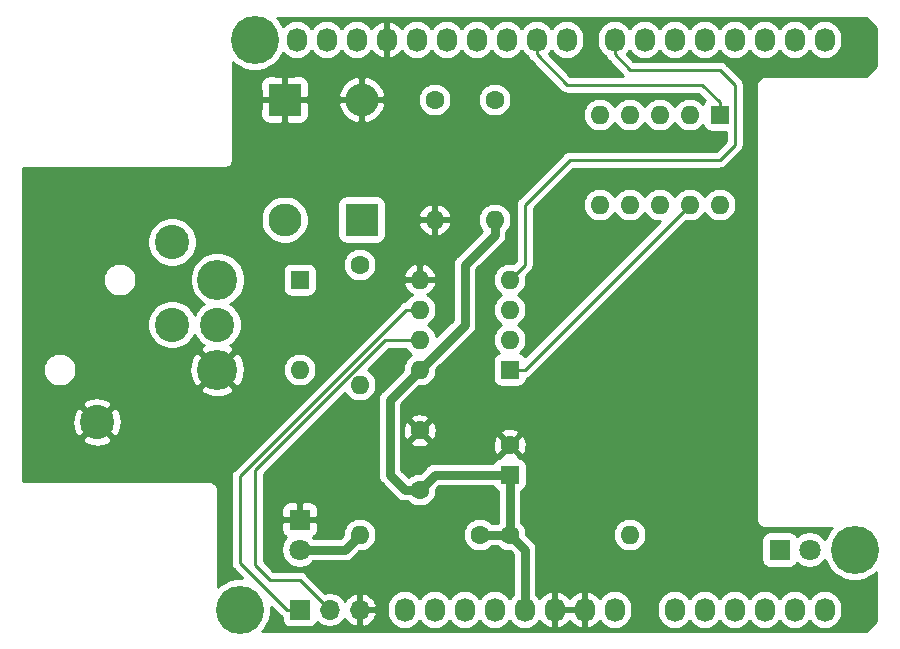
<source format=gbr>
G04 #@! TF.GenerationSoftware,KiCad,Pcbnew,(5.1.5)-3*
G04 #@! TF.CreationDate,2020-05-30T20:38:03+01:00*
G04 #@! TF.ProjectId,dmxhat,646d7868-6174-42e6-9b69-6361645f7063,rev?*
G04 #@! TF.SameCoordinates,Original*
G04 #@! TF.FileFunction,Copper,L2,Bot*
G04 #@! TF.FilePolarity,Positive*
%FSLAX46Y46*%
G04 Gerber Fmt 4.6, Leading zero omitted, Abs format (unit mm)*
G04 Created by KiCad (PCBNEW (5.1.5)-3) date 2020-05-30 20:38:03*
%MOMM*%
%LPD*%
G04 APERTURE LIST*
%ADD10O,1.700000X1.700000*%
%ADD11R,1.700000X1.700000*%
%ADD12C,1.800000*%
%ADD13R,1.800000X1.800000*%
%ADD14O,1.600000X1.600000*%
%ADD15C,1.600000*%
%ADD16C,2.900000*%
%ADD17C,3.400000*%
%ADD18R,1.600000X1.600000*%
%ADD19O,2.800000X2.800000*%
%ADD20R,2.800000X2.800000*%
%ADD21O,1.727200X2.032000*%
%ADD22C,4.064000*%
%ADD23C,0.750000*%
%ADD24C,0.250000*%
%ADD25C,0.254000*%
G04 APERTURE END LIST*
D10*
X135128000Y-123825000D03*
X132588000Y-123825000D03*
D11*
X130048000Y-123825000D03*
D12*
X130048000Y-118745000D03*
D13*
X130048000Y-116205000D03*
D14*
X135128000Y-117475000D03*
D15*
X145288000Y-117475000D03*
D16*
X123068000Y-99695000D03*
X112898000Y-107945000D03*
D17*
X123068000Y-95885000D03*
D16*
X119253000Y-92715000D03*
X119253000Y-99695000D03*
D17*
X123068000Y-103505000D03*
D14*
X130048000Y-103505000D03*
D18*
X130048000Y-95885000D03*
D19*
X135298000Y-80645000D03*
D20*
X135298000Y-90805000D03*
D19*
X128778000Y-90805000D03*
D20*
X128778000Y-80645000D03*
D14*
X165608000Y-89535000D03*
X155448000Y-81915000D03*
X163068000Y-89535000D03*
X157988000Y-81915000D03*
X160528000Y-89535000D03*
X160528000Y-81915000D03*
X157988000Y-89535000D03*
X163068000Y-81915000D03*
X155448000Y-89535000D03*
D18*
X165608000Y-81915000D03*
D15*
X147828000Y-109895000D03*
D18*
X147828000Y-112395000D03*
D15*
X140208000Y-108665000D03*
X140208000Y-113665000D03*
D14*
X157988000Y-117475000D03*
D15*
X147828000Y-117475000D03*
D12*
X173228000Y-118745000D03*
D13*
X170688000Y-118745000D03*
D14*
X146558000Y-90805000D03*
D15*
X146558000Y-80645000D03*
D14*
X141478000Y-90805000D03*
D15*
X141478000Y-80645000D03*
D14*
X135128000Y-104775000D03*
D15*
X135128000Y-94615000D03*
D14*
X140208000Y-103505000D03*
X147828000Y-95885000D03*
X140208000Y-100965000D03*
X147828000Y-98425000D03*
X140208000Y-98425000D03*
X147828000Y-100965000D03*
X140208000Y-95885000D03*
D18*
X147828000Y-103505000D03*
D21*
X138938000Y-123825000D03*
X141478000Y-123825000D03*
X144018000Y-123825000D03*
X146558000Y-123825000D03*
X149098000Y-123825000D03*
X151638000Y-123825000D03*
X154178000Y-123825000D03*
X156718000Y-123825000D03*
X161798000Y-123825000D03*
X164338000Y-123825000D03*
X166878000Y-123825000D03*
X169418000Y-123825000D03*
X171958000Y-123825000D03*
X174498000Y-123825000D03*
X129794000Y-75565000D03*
X132334000Y-75565000D03*
X134874000Y-75565000D03*
X137414000Y-75565000D03*
X139954000Y-75565000D03*
X142494000Y-75565000D03*
X145034000Y-75565000D03*
X147574000Y-75565000D03*
X150114000Y-75565000D03*
X152654000Y-75565000D03*
X156718000Y-75565000D03*
X159258000Y-75565000D03*
X161798000Y-75565000D03*
X164338000Y-75565000D03*
X166878000Y-75565000D03*
X169418000Y-75565000D03*
X171958000Y-75565000D03*
X174498000Y-75565000D03*
D22*
X124968000Y-123825000D03*
X177038000Y-118745000D03*
X126238000Y-75565000D03*
D23*
X149098000Y-118745000D02*
X147828000Y-117475000D01*
X149098000Y-123825000D02*
X149098000Y-118745000D01*
X147828000Y-117475000D02*
X147828000Y-112395000D01*
X141478000Y-112395000D02*
X140208000Y-113665000D01*
X147828000Y-112395000D02*
X141478000Y-112395000D01*
X140208000Y-113665000D02*
X138938000Y-113665000D01*
X138938000Y-113665000D02*
X137668000Y-112395000D01*
X137668000Y-106045000D02*
X140208000Y-103505000D01*
X137668000Y-112395000D02*
X137668000Y-106045000D01*
X146558000Y-92075000D02*
X146558000Y-90805000D01*
X144018000Y-94615000D02*
X146558000Y-92075000D01*
X140208000Y-103505000D02*
X144018000Y-99695000D01*
X144018000Y-99695000D02*
X144018000Y-94615000D01*
X147828000Y-117475000D02*
X145288000Y-117475000D01*
D24*
X164118000Y-79375000D02*
X152658000Y-79375000D01*
X150114000Y-76831000D02*
X150114000Y-75565000D01*
X165608000Y-80865000D02*
X164118000Y-79375000D01*
X152658000Y-79375000D02*
X150114000Y-76831000D01*
X165608000Y-81915000D02*
X165608000Y-80865000D01*
X149098000Y-94615000D02*
X147828000Y-95885000D01*
X149098000Y-89535000D02*
X149098000Y-94615000D01*
X152908000Y-85725000D02*
X149098000Y-89535000D01*
X165608000Y-85725000D02*
X152908000Y-85725000D01*
X156718000Y-75565000D02*
X156718000Y-76831000D01*
X156718000Y-76831000D02*
X157992000Y-78105000D01*
X157992000Y-78105000D02*
X165608000Y-78105000D01*
X165608000Y-78105000D02*
X166878000Y-79375000D01*
X166878000Y-84455000D02*
X165608000Y-85725000D01*
X166878000Y-79375000D02*
X166878000Y-84455000D01*
X149098000Y-103505000D02*
X147828000Y-103505000D01*
X163068000Y-89535000D02*
X149098000Y-103505000D01*
X128948000Y-123825000D02*
X124968000Y-119845000D01*
X130048000Y-123825000D02*
X128948000Y-123825000D01*
X139076630Y-98425000D02*
X140208000Y-98425000D01*
X124968000Y-112533630D02*
X139076630Y-98425000D01*
X124968000Y-119845000D02*
X124968000Y-112533630D01*
X139076630Y-100965000D02*
X140208000Y-100965000D01*
X137272998Y-100965000D02*
X139076630Y-100965000D01*
X132588000Y-123825000D02*
X130048000Y-121285000D01*
X126238000Y-120015000D02*
X126238000Y-111999998D01*
X127508000Y-121285000D02*
X126238000Y-120015000D01*
X130048000Y-121285000D02*
X127508000Y-121285000D01*
X126238000Y-111999998D02*
X137272998Y-100965000D01*
D23*
X133858000Y-118745000D02*
X130048000Y-118745000D01*
X135128000Y-117475000D02*
X133858000Y-118745000D01*
D25*
G36*
X178868001Y-74589093D02*
G01*
X178868000Y-77810908D01*
X178013909Y-78665000D01*
X169452877Y-78665000D01*
X169418000Y-78661565D01*
X169383123Y-78665000D01*
X169278816Y-78675273D01*
X169144980Y-78715872D01*
X169021637Y-78781800D01*
X168913525Y-78870525D01*
X168824800Y-78978637D01*
X168758872Y-79101980D01*
X168718273Y-79235816D01*
X168704565Y-79375000D01*
X168708001Y-79409887D01*
X168708000Y-116170123D01*
X168704565Y-116205000D01*
X168718273Y-116344184D01*
X168758872Y-116478020D01*
X168824800Y-116601363D01*
X168913525Y-116709475D01*
X169018070Y-116795273D01*
X169021637Y-116798200D01*
X169144980Y-116864128D01*
X169278816Y-116904727D01*
X169418000Y-116918435D01*
X169452877Y-116915000D01*
X175096293Y-116915000D01*
X174966406Y-117044887D01*
X174674536Y-117481702D01*
X174504427Y-117892382D01*
X174420312Y-117766495D01*
X174206505Y-117552688D01*
X173955095Y-117384701D01*
X173675743Y-117268989D01*
X173379184Y-117210000D01*
X173076816Y-117210000D01*
X172780257Y-117268989D01*
X172500905Y-117384701D01*
X172249495Y-117552688D01*
X172183056Y-117619127D01*
X172177502Y-117600820D01*
X172118537Y-117490506D01*
X172039185Y-117393815D01*
X171942494Y-117314463D01*
X171832180Y-117255498D01*
X171712482Y-117219188D01*
X171588000Y-117206928D01*
X169788000Y-117206928D01*
X169663518Y-117219188D01*
X169543820Y-117255498D01*
X169433506Y-117314463D01*
X169336815Y-117393815D01*
X169257463Y-117490506D01*
X169198498Y-117600820D01*
X169162188Y-117720518D01*
X169149928Y-117845000D01*
X169149928Y-119645000D01*
X169162188Y-119769482D01*
X169198498Y-119889180D01*
X169257463Y-119999494D01*
X169336815Y-120096185D01*
X169433506Y-120175537D01*
X169543820Y-120234502D01*
X169663518Y-120270812D01*
X169788000Y-120283072D01*
X171588000Y-120283072D01*
X171712482Y-120270812D01*
X171832180Y-120234502D01*
X171942494Y-120175537D01*
X172039185Y-120096185D01*
X172118537Y-119999494D01*
X172177502Y-119889180D01*
X172183056Y-119870873D01*
X172249495Y-119937312D01*
X172500905Y-120105299D01*
X172780257Y-120221011D01*
X173076816Y-120280000D01*
X173379184Y-120280000D01*
X173675743Y-120221011D01*
X173955095Y-120105299D01*
X174206505Y-119937312D01*
X174420312Y-119723505D01*
X174504427Y-119597618D01*
X174674536Y-120008298D01*
X174966406Y-120445113D01*
X175337887Y-120816594D01*
X175774702Y-121108464D01*
X176260065Y-121309508D01*
X176775323Y-121412000D01*
X177300677Y-121412000D01*
X177815935Y-121309508D01*
X178301298Y-121108464D01*
X178738113Y-120816594D01*
X178868001Y-120686706D01*
X178868000Y-124800908D01*
X178013909Y-125655000D01*
X126909707Y-125655000D01*
X127039594Y-125525113D01*
X127331464Y-125088298D01*
X127532508Y-124602935D01*
X127635000Y-124087677D01*
X127635000Y-123586802D01*
X128384201Y-124336003D01*
X128407999Y-124365001D01*
X128436997Y-124388799D01*
X128523723Y-124459974D01*
X128559928Y-124479326D01*
X128559928Y-124675000D01*
X128572188Y-124799482D01*
X128608498Y-124919180D01*
X128667463Y-125029494D01*
X128746815Y-125126185D01*
X128843506Y-125205537D01*
X128953820Y-125264502D01*
X129073518Y-125300812D01*
X129198000Y-125313072D01*
X130898000Y-125313072D01*
X131022482Y-125300812D01*
X131142180Y-125264502D01*
X131252494Y-125205537D01*
X131349185Y-125126185D01*
X131428537Y-125029494D01*
X131487502Y-124919180D01*
X131509513Y-124846620D01*
X131641368Y-124978475D01*
X131884589Y-125140990D01*
X132154842Y-125252932D01*
X132441740Y-125310000D01*
X132734260Y-125310000D01*
X133021158Y-125252932D01*
X133291411Y-125140990D01*
X133534632Y-124978475D01*
X133741475Y-124771632D01*
X133863195Y-124589466D01*
X133932822Y-124706355D01*
X134127731Y-124922588D01*
X134361080Y-125096641D01*
X134623901Y-125221825D01*
X134771110Y-125266476D01*
X135001000Y-125145155D01*
X135001000Y-123952000D01*
X135255000Y-123952000D01*
X135255000Y-125145155D01*
X135484890Y-125266476D01*
X135632099Y-125221825D01*
X135894920Y-125096641D01*
X136128269Y-124922588D01*
X136323178Y-124706355D01*
X136472157Y-124456252D01*
X136569481Y-124181891D01*
X136448814Y-123952000D01*
X135255000Y-123952000D01*
X135001000Y-123952000D01*
X134981000Y-123952000D01*
X134981000Y-123698000D01*
X135001000Y-123698000D01*
X135001000Y-122504845D01*
X135255000Y-122504845D01*
X135255000Y-123698000D01*
X136448814Y-123698000D01*
X136569481Y-123468109D01*
X136472157Y-123193748D01*
X136323178Y-122943645D01*
X136128269Y-122727412D01*
X135894920Y-122553359D01*
X135632099Y-122428175D01*
X135484890Y-122383524D01*
X135255000Y-122504845D01*
X135001000Y-122504845D01*
X134771110Y-122383524D01*
X134623901Y-122428175D01*
X134361080Y-122553359D01*
X134127731Y-122727412D01*
X133932822Y-122943645D01*
X133863195Y-123060534D01*
X133741475Y-122878368D01*
X133534632Y-122671525D01*
X133291411Y-122509010D01*
X133021158Y-122397068D01*
X132734260Y-122340000D01*
X132441740Y-122340000D01*
X132221593Y-122383790D01*
X130611804Y-120774003D01*
X130588001Y-120744999D01*
X130472276Y-120650026D01*
X130340247Y-120579454D01*
X130196986Y-120535997D01*
X130085333Y-120525000D01*
X130085322Y-120525000D01*
X130048000Y-120521324D01*
X130010678Y-120525000D01*
X127822802Y-120525000D01*
X126998000Y-119700199D01*
X126998000Y-117105000D01*
X128509928Y-117105000D01*
X128522188Y-117229482D01*
X128558498Y-117349180D01*
X128617463Y-117459494D01*
X128696815Y-117556185D01*
X128793506Y-117635537D01*
X128903820Y-117694502D01*
X128922127Y-117700056D01*
X128855688Y-117766495D01*
X128687701Y-118017905D01*
X128571989Y-118297257D01*
X128513000Y-118593816D01*
X128513000Y-118896184D01*
X128571989Y-119192743D01*
X128687701Y-119472095D01*
X128855688Y-119723505D01*
X129069495Y-119937312D01*
X129320905Y-120105299D01*
X129600257Y-120221011D01*
X129896816Y-120280000D01*
X130199184Y-120280000D01*
X130495743Y-120221011D01*
X130775095Y-120105299D01*
X131026505Y-119937312D01*
X131208817Y-119755000D01*
X133808392Y-119755000D01*
X133858000Y-119759886D01*
X134055994Y-119740385D01*
X134111640Y-119723505D01*
X134246380Y-119682632D01*
X134421840Y-119588847D01*
X134575633Y-119462633D01*
X134607261Y-119424094D01*
X135121355Y-118910000D01*
X135269335Y-118910000D01*
X135546574Y-118854853D01*
X135807727Y-118746680D01*
X136042759Y-118589637D01*
X136242637Y-118389759D01*
X136399680Y-118154727D01*
X136507853Y-117893574D01*
X136563000Y-117616335D01*
X136563000Y-117333665D01*
X136507853Y-117056426D01*
X136399680Y-116795273D01*
X136242637Y-116560241D01*
X136042759Y-116360363D01*
X135807727Y-116203320D01*
X135546574Y-116095147D01*
X135269335Y-116040000D01*
X134986665Y-116040000D01*
X134709426Y-116095147D01*
X134448273Y-116203320D01*
X134213241Y-116360363D01*
X134013363Y-116560241D01*
X133856320Y-116795273D01*
X133748147Y-117056426D01*
X133693000Y-117333665D01*
X133693000Y-117481645D01*
X133439645Y-117735000D01*
X131208817Y-117735000D01*
X131173873Y-117700056D01*
X131192180Y-117694502D01*
X131302494Y-117635537D01*
X131399185Y-117556185D01*
X131478537Y-117459494D01*
X131537502Y-117349180D01*
X131573812Y-117229482D01*
X131586072Y-117105000D01*
X131583000Y-116490750D01*
X131424250Y-116332000D01*
X130175000Y-116332000D01*
X130175000Y-116352000D01*
X129921000Y-116352000D01*
X129921000Y-116332000D01*
X128671750Y-116332000D01*
X128513000Y-116490750D01*
X128509928Y-117105000D01*
X126998000Y-117105000D01*
X126998000Y-115305000D01*
X128509928Y-115305000D01*
X128513000Y-115919250D01*
X128671750Y-116078000D01*
X129921000Y-116078000D01*
X129921000Y-114828750D01*
X130175000Y-114828750D01*
X130175000Y-116078000D01*
X131424250Y-116078000D01*
X131583000Y-115919250D01*
X131586072Y-115305000D01*
X131573812Y-115180518D01*
X131537502Y-115060820D01*
X131478537Y-114950506D01*
X131399185Y-114853815D01*
X131302494Y-114774463D01*
X131192180Y-114715498D01*
X131072482Y-114679188D01*
X130948000Y-114666928D01*
X130333750Y-114670000D01*
X130175000Y-114828750D01*
X129921000Y-114828750D01*
X129762250Y-114670000D01*
X129148000Y-114666928D01*
X129023518Y-114679188D01*
X128903820Y-114715498D01*
X128793506Y-114774463D01*
X128696815Y-114853815D01*
X128617463Y-114950506D01*
X128558498Y-115060820D01*
X128522188Y-115180518D01*
X128509928Y-115305000D01*
X126998000Y-115305000D01*
X126998000Y-112314799D01*
X133857022Y-105455778D01*
X134013363Y-105689759D01*
X134213241Y-105889637D01*
X134448273Y-106046680D01*
X134709426Y-106154853D01*
X134986665Y-106210000D01*
X135269335Y-106210000D01*
X135546574Y-106154853D01*
X135807727Y-106046680D01*
X136042759Y-105889637D01*
X136242637Y-105689759D01*
X136399680Y-105454727D01*
X136507853Y-105193574D01*
X136563000Y-104916335D01*
X136563000Y-104633665D01*
X136507853Y-104356426D01*
X136399680Y-104095273D01*
X136242637Y-103860241D01*
X136042759Y-103660363D01*
X135808778Y-103504022D01*
X137587800Y-101725000D01*
X138989957Y-101725000D01*
X139093363Y-101879759D01*
X139293241Y-102079637D01*
X139525759Y-102235000D01*
X139293241Y-102390363D01*
X139093363Y-102590241D01*
X138936320Y-102825273D01*
X138828147Y-103086426D01*
X138773000Y-103363665D01*
X138773000Y-103511644D01*
X136988901Y-105295744D01*
X136950368Y-105327367D01*
X136918745Y-105365900D01*
X136918744Y-105365901D01*
X136824154Y-105481160D01*
X136730368Y-105656621D01*
X136672615Y-105847006D01*
X136653114Y-106045000D01*
X136658001Y-106094618D01*
X136658000Y-112345392D01*
X136653114Y-112395000D01*
X136672615Y-112592994D01*
X136706757Y-112705544D01*
X136730368Y-112783379D01*
X136824153Y-112958840D01*
X136950367Y-113112633D01*
X136988906Y-113144261D01*
X138188739Y-114344094D01*
X138220367Y-114382633D01*
X138374160Y-114508847D01*
X138549620Y-114602632D01*
X138740006Y-114660385D01*
X138888392Y-114675000D01*
X138888394Y-114675000D01*
X138937999Y-114679886D01*
X138987604Y-114675000D01*
X139188604Y-114675000D01*
X139293241Y-114779637D01*
X139528273Y-114936680D01*
X139789426Y-115044853D01*
X140066665Y-115100000D01*
X140349335Y-115100000D01*
X140626574Y-115044853D01*
X140887727Y-114936680D01*
X141122759Y-114779637D01*
X141322637Y-114579759D01*
X141479680Y-114344727D01*
X141587853Y-114083574D01*
X141643000Y-113806335D01*
X141643000Y-113658355D01*
X141896355Y-113405000D01*
X146428130Y-113405000D01*
X146438498Y-113439180D01*
X146497463Y-113549494D01*
X146576815Y-113646185D01*
X146673506Y-113725537D01*
X146783820Y-113784502D01*
X146818001Y-113794871D01*
X146818000Y-116455604D01*
X146808604Y-116465000D01*
X146307396Y-116465000D01*
X146202759Y-116360363D01*
X145967727Y-116203320D01*
X145706574Y-116095147D01*
X145429335Y-116040000D01*
X145146665Y-116040000D01*
X144869426Y-116095147D01*
X144608273Y-116203320D01*
X144373241Y-116360363D01*
X144173363Y-116560241D01*
X144016320Y-116795273D01*
X143908147Y-117056426D01*
X143853000Y-117333665D01*
X143853000Y-117616335D01*
X143908147Y-117893574D01*
X144016320Y-118154727D01*
X144173363Y-118389759D01*
X144373241Y-118589637D01*
X144608273Y-118746680D01*
X144869426Y-118854853D01*
X145146665Y-118910000D01*
X145429335Y-118910000D01*
X145706574Y-118854853D01*
X145967727Y-118746680D01*
X146202759Y-118589637D01*
X146307396Y-118485000D01*
X146808604Y-118485000D01*
X146913241Y-118589637D01*
X147148273Y-118746680D01*
X147409426Y-118854853D01*
X147686665Y-118910000D01*
X147834645Y-118910000D01*
X148088001Y-119163356D01*
X148088000Y-122562832D01*
X148033203Y-122607803D01*
X147845931Y-122835995D01*
X147828000Y-122869541D01*
X147810069Y-122835994D01*
X147622797Y-122607803D01*
X147394605Y-122420531D01*
X147134263Y-122281375D01*
X146851776Y-122195684D01*
X146558000Y-122166749D01*
X146264223Y-122195684D01*
X145981736Y-122281375D01*
X145721394Y-122420531D01*
X145493203Y-122607803D01*
X145305931Y-122835995D01*
X145288000Y-122869541D01*
X145270069Y-122835994D01*
X145082797Y-122607803D01*
X144854605Y-122420531D01*
X144594263Y-122281375D01*
X144311776Y-122195684D01*
X144018000Y-122166749D01*
X143724223Y-122195684D01*
X143441736Y-122281375D01*
X143181394Y-122420531D01*
X142953203Y-122607803D01*
X142765931Y-122835995D01*
X142748000Y-122869541D01*
X142730069Y-122835994D01*
X142542797Y-122607803D01*
X142314605Y-122420531D01*
X142054263Y-122281375D01*
X141771776Y-122195684D01*
X141478000Y-122166749D01*
X141184223Y-122195684D01*
X140901736Y-122281375D01*
X140641394Y-122420531D01*
X140413203Y-122607803D01*
X140225931Y-122835995D01*
X140208000Y-122869541D01*
X140190069Y-122835994D01*
X140002797Y-122607803D01*
X139774605Y-122420531D01*
X139514263Y-122281375D01*
X139231776Y-122195684D01*
X138938000Y-122166749D01*
X138644223Y-122195684D01*
X138361736Y-122281375D01*
X138101394Y-122420531D01*
X137873203Y-122607803D01*
X137685931Y-122835995D01*
X137546775Y-123096337D01*
X137461084Y-123378824D01*
X137439400Y-123598982D01*
X137439400Y-124051019D01*
X137461084Y-124271177D01*
X137546775Y-124553664D01*
X137685931Y-124814006D01*
X137873203Y-125042197D01*
X138101395Y-125229469D01*
X138361737Y-125368625D01*
X138644224Y-125454316D01*
X138938000Y-125483251D01*
X139231777Y-125454316D01*
X139514264Y-125368625D01*
X139774606Y-125229469D01*
X140002797Y-125042197D01*
X140190069Y-124814006D01*
X140208000Y-124780459D01*
X140225931Y-124814006D01*
X140413203Y-125042197D01*
X140641395Y-125229469D01*
X140901737Y-125368625D01*
X141184224Y-125454316D01*
X141478000Y-125483251D01*
X141771777Y-125454316D01*
X142054264Y-125368625D01*
X142314606Y-125229469D01*
X142542797Y-125042197D01*
X142730069Y-124814006D01*
X142748000Y-124780459D01*
X142765931Y-124814006D01*
X142953203Y-125042197D01*
X143181395Y-125229469D01*
X143441737Y-125368625D01*
X143724224Y-125454316D01*
X144018000Y-125483251D01*
X144311777Y-125454316D01*
X144594264Y-125368625D01*
X144854606Y-125229469D01*
X145082797Y-125042197D01*
X145270069Y-124814006D01*
X145288000Y-124780459D01*
X145305931Y-124814006D01*
X145493203Y-125042197D01*
X145721395Y-125229469D01*
X145981737Y-125368625D01*
X146264224Y-125454316D01*
X146558000Y-125483251D01*
X146851777Y-125454316D01*
X147134264Y-125368625D01*
X147394606Y-125229469D01*
X147622797Y-125042197D01*
X147810069Y-124814006D01*
X147828000Y-124780459D01*
X147845931Y-124814006D01*
X148033203Y-125042197D01*
X148261395Y-125229469D01*
X148521737Y-125368625D01*
X148804224Y-125454316D01*
X149098000Y-125483251D01*
X149391777Y-125454316D01*
X149674264Y-125368625D01*
X149934606Y-125229469D01*
X150162797Y-125042197D01*
X150350069Y-124814006D01*
X150371424Y-124774053D01*
X150519514Y-124976729D01*
X150735965Y-125175733D01*
X150987081Y-125328686D01*
X151263211Y-125429709D01*
X151278974Y-125432358D01*
X151511000Y-125311217D01*
X151511000Y-123952000D01*
X151765000Y-123952000D01*
X151765000Y-125311217D01*
X151997026Y-125432358D01*
X152012789Y-125429709D01*
X152288919Y-125328686D01*
X152540035Y-125175733D01*
X152756486Y-124976729D01*
X152908000Y-124769367D01*
X153059514Y-124976729D01*
X153275965Y-125175733D01*
X153527081Y-125328686D01*
X153803211Y-125429709D01*
X153818974Y-125432358D01*
X154051000Y-125311217D01*
X154051000Y-123952000D01*
X151765000Y-123952000D01*
X151511000Y-123952000D01*
X151491000Y-123952000D01*
X151491000Y-123698000D01*
X151511000Y-123698000D01*
X151511000Y-122338783D01*
X151765000Y-122338783D01*
X151765000Y-123698000D01*
X154051000Y-123698000D01*
X154051000Y-122338783D01*
X154305000Y-122338783D01*
X154305000Y-123698000D01*
X154325000Y-123698000D01*
X154325000Y-123952000D01*
X154305000Y-123952000D01*
X154305000Y-125311217D01*
X154537026Y-125432358D01*
X154552789Y-125429709D01*
X154828919Y-125328686D01*
X155080035Y-125175733D01*
X155296486Y-124976729D01*
X155444576Y-124774053D01*
X155465931Y-124814006D01*
X155653203Y-125042197D01*
X155881395Y-125229469D01*
X156141737Y-125368625D01*
X156424224Y-125454316D01*
X156718000Y-125483251D01*
X157011777Y-125454316D01*
X157294264Y-125368625D01*
X157554606Y-125229469D01*
X157782797Y-125042197D01*
X157970069Y-124814006D01*
X158109225Y-124553663D01*
X158194916Y-124271176D01*
X158216600Y-124051018D01*
X158216600Y-123598982D01*
X160299400Y-123598982D01*
X160299400Y-124051019D01*
X160321084Y-124271177D01*
X160406775Y-124553664D01*
X160545931Y-124814006D01*
X160733203Y-125042197D01*
X160961395Y-125229469D01*
X161221737Y-125368625D01*
X161504224Y-125454316D01*
X161798000Y-125483251D01*
X162091777Y-125454316D01*
X162374264Y-125368625D01*
X162634606Y-125229469D01*
X162862797Y-125042197D01*
X163050069Y-124814006D01*
X163068000Y-124780459D01*
X163085931Y-124814006D01*
X163273203Y-125042197D01*
X163501395Y-125229469D01*
X163761737Y-125368625D01*
X164044224Y-125454316D01*
X164338000Y-125483251D01*
X164631777Y-125454316D01*
X164914264Y-125368625D01*
X165174606Y-125229469D01*
X165402797Y-125042197D01*
X165590069Y-124814006D01*
X165608000Y-124780459D01*
X165625931Y-124814006D01*
X165813203Y-125042197D01*
X166041395Y-125229469D01*
X166301737Y-125368625D01*
X166584224Y-125454316D01*
X166878000Y-125483251D01*
X167171777Y-125454316D01*
X167454264Y-125368625D01*
X167714606Y-125229469D01*
X167942797Y-125042197D01*
X168130069Y-124814006D01*
X168148000Y-124780459D01*
X168165931Y-124814006D01*
X168353203Y-125042197D01*
X168581395Y-125229469D01*
X168841737Y-125368625D01*
X169124224Y-125454316D01*
X169418000Y-125483251D01*
X169711777Y-125454316D01*
X169994264Y-125368625D01*
X170254606Y-125229469D01*
X170482797Y-125042197D01*
X170670069Y-124814006D01*
X170688000Y-124780459D01*
X170705931Y-124814006D01*
X170893203Y-125042197D01*
X171121395Y-125229469D01*
X171381737Y-125368625D01*
X171664224Y-125454316D01*
X171958000Y-125483251D01*
X172251777Y-125454316D01*
X172534264Y-125368625D01*
X172794606Y-125229469D01*
X173022797Y-125042197D01*
X173210069Y-124814006D01*
X173228000Y-124780459D01*
X173245931Y-124814006D01*
X173433203Y-125042197D01*
X173661395Y-125229469D01*
X173921737Y-125368625D01*
X174204224Y-125454316D01*
X174498000Y-125483251D01*
X174791777Y-125454316D01*
X175074264Y-125368625D01*
X175334606Y-125229469D01*
X175562797Y-125042197D01*
X175750069Y-124814006D01*
X175889225Y-124553663D01*
X175974916Y-124271176D01*
X175996600Y-124051018D01*
X175996600Y-123598981D01*
X175974916Y-123378823D01*
X175889225Y-123096336D01*
X175750069Y-122835994D01*
X175562797Y-122607803D01*
X175334605Y-122420531D01*
X175074263Y-122281375D01*
X174791776Y-122195684D01*
X174498000Y-122166749D01*
X174204223Y-122195684D01*
X173921736Y-122281375D01*
X173661394Y-122420531D01*
X173433203Y-122607803D01*
X173245931Y-122835995D01*
X173228000Y-122869541D01*
X173210069Y-122835994D01*
X173022797Y-122607803D01*
X172794605Y-122420531D01*
X172534263Y-122281375D01*
X172251776Y-122195684D01*
X171958000Y-122166749D01*
X171664223Y-122195684D01*
X171381736Y-122281375D01*
X171121394Y-122420531D01*
X170893203Y-122607803D01*
X170705931Y-122835995D01*
X170688000Y-122869541D01*
X170670069Y-122835994D01*
X170482797Y-122607803D01*
X170254605Y-122420531D01*
X169994263Y-122281375D01*
X169711776Y-122195684D01*
X169418000Y-122166749D01*
X169124223Y-122195684D01*
X168841736Y-122281375D01*
X168581394Y-122420531D01*
X168353203Y-122607803D01*
X168165931Y-122835995D01*
X168148000Y-122869541D01*
X168130069Y-122835994D01*
X167942797Y-122607803D01*
X167714605Y-122420531D01*
X167454263Y-122281375D01*
X167171776Y-122195684D01*
X166878000Y-122166749D01*
X166584223Y-122195684D01*
X166301736Y-122281375D01*
X166041394Y-122420531D01*
X165813203Y-122607803D01*
X165625931Y-122835995D01*
X165608000Y-122869541D01*
X165590069Y-122835994D01*
X165402797Y-122607803D01*
X165174605Y-122420531D01*
X164914263Y-122281375D01*
X164631776Y-122195684D01*
X164338000Y-122166749D01*
X164044223Y-122195684D01*
X163761736Y-122281375D01*
X163501394Y-122420531D01*
X163273203Y-122607803D01*
X163085931Y-122835995D01*
X163068000Y-122869541D01*
X163050069Y-122835994D01*
X162862797Y-122607803D01*
X162634605Y-122420531D01*
X162374263Y-122281375D01*
X162091776Y-122195684D01*
X161798000Y-122166749D01*
X161504223Y-122195684D01*
X161221736Y-122281375D01*
X160961394Y-122420531D01*
X160733203Y-122607803D01*
X160545931Y-122835995D01*
X160406775Y-123096337D01*
X160321084Y-123378824D01*
X160299400Y-123598982D01*
X158216600Y-123598982D01*
X158216600Y-123598981D01*
X158194916Y-123378823D01*
X158109225Y-123096336D01*
X157970069Y-122835994D01*
X157782797Y-122607803D01*
X157554605Y-122420531D01*
X157294263Y-122281375D01*
X157011776Y-122195684D01*
X156718000Y-122166749D01*
X156424223Y-122195684D01*
X156141736Y-122281375D01*
X155881394Y-122420531D01*
X155653203Y-122607803D01*
X155465931Y-122835995D01*
X155444576Y-122875947D01*
X155296486Y-122673271D01*
X155080035Y-122474267D01*
X154828919Y-122321314D01*
X154552789Y-122220291D01*
X154537026Y-122217642D01*
X154305000Y-122338783D01*
X154051000Y-122338783D01*
X153818974Y-122217642D01*
X153803211Y-122220291D01*
X153527081Y-122321314D01*
X153275965Y-122474267D01*
X153059514Y-122673271D01*
X152908000Y-122880633D01*
X152756486Y-122673271D01*
X152540035Y-122474267D01*
X152288919Y-122321314D01*
X152012789Y-122220291D01*
X151997026Y-122217642D01*
X151765000Y-122338783D01*
X151511000Y-122338783D01*
X151278974Y-122217642D01*
X151263211Y-122220291D01*
X150987081Y-122321314D01*
X150735965Y-122474267D01*
X150519514Y-122673271D01*
X150371424Y-122875947D01*
X150350069Y-122835994D01*
X150162797Y-122607803D01*
X150108000Y-122562832D01*
X150108000Y-118794604D01*
X150112886Y-118744999D01*
X150097995Y-118593816D01*
X150093385Y-118547006D01*
X150035632Y-118356620D01*
X149941847Y-118181160D01*
X149815633Y-118027367D01*
X149777094Y-117995739D01*
X149263000Y-117481645D01*
X149263000Y-117333665D01*
X156553000Y-117333665D01*
X156553000Y-117616335D01*
X156608147Y-117893574D01*
X156716320Y-118154727D01*
X156873363Y-118389759D01*
X157073241Y-118589637D01*
X157308273Y-118746680D01*
X157569426Y-118854853D01*
X157846665Y-118910000D01*
X158129335Y-118910000D01*
X158406574Y-118854853D01*
X158667727Y-118746680D01*
X158902759Y-118589637D01*
X159102637Y-118389759D01*
X159259680Y-118154727D01*
X159367853Y-117893574D01*
X159423000Y-117616335D01*
X159423000Y-117333665D01*
X159367853Y-117056426D01*
X159259680Y-116795273D01*
X159102637Y-116560241D01*
X158902759Y-116360363D01*
X158667727Y-116203320D01*
X158406574Y-116095147D01*
X158129335Y-116040000D01*
X157846665Y-116040000D01*
X157569426Y-116095147D01*
X157308273Y-116203320D01*
X157073241Y-116360363D01*
X156873363Y-116560241D01*
X156716320Y-116795273D01*
X156608147Y-117056426D01*
X156553000Y-117333665D01*
X149263000Y-117333665D01*
X149207853Y-117056426D01*
X149099680Y-116795273D01*
X148942637Y-116560241D01*
X148838000Y-116455604D01*
X148838000Y-113794870D01*
X148872180Y-113784502D01*
X148982494Y-113725537D01*
X149079185Y-113646185D01*
X149158537Y-113549494D01*
X149217502Y-113439180D01*
X149253812Y-113319482D01*
X149266072Y-113195000D01*
X149266072Y-111595000D01*
X149253812Y-111470518D01*
X149217502Y-111350820D01*
X149158537Y-111240506D01*
X149079185Y-111143815D01*
X148982494Y-111064463D01*
X148872180Y-111005498D01*
X148752482Y-110969188D01*
X148628000Y-110956928D01*
X148620785Y-110956928D01*
X148641097Y-110887702D01*
X147828000Y-110074605D01*
X147014903Y-110887702D01*
X147035215Y-110956928D01*
X147028000Y-110956928D01*
X146903518Y-110969188D01*
X146783820Y-111005498D01*
X146673506Y-111064463D01*
X146576815Y-111143815D01*
X146497463Y-111240506D01*
X146438498Y-111350820D01*
X146428130Y-111385000D01*
X141527604Y-111385000D01*
X141477999Y-111380114D01*
X141428394Y-111385000D01*
X141428392Y-111385000D01*
X141280006Y-111399615D01*
X141089620Y-111457368D01*
X140914160Y-111551153D01*
X140760367Y-111677367D01*
X140728739Y-111715906D01*
X140214645Y-112230000D01*
X140066665Y-112230000D01*
X139789426Y-112285147D01*
X139528273Y-112393320D01*
X139293241Y-112550363D01*
X139272480Y-112571125D01*
X138678000Y-111976645D01*
X138678000Y-109657702D01*
X139394903Y-109657702D01*
X139466486Y-109901671D01*
X139721996Y-110022571D01*
X139996184Y-110091300D01*
X140278512Y-110105217D01*
X140558130Y-110063787D01*
X140824292Y-109968603D01*
X140830074Y-109965512D01*
X146387783Y-109965512D01*
X146429213Y-110245130D01*
X146524397Y-110511292D01*
X146591329Y-110636514D01*
X146835298Y-110708097D01*
X147648395Y-109895000D01*
X148007605Y-109895000D01*
X148820702Y-110708097D01*
X149064671Y-110636514D01*
X149185571Y-110381004D01*
X149254300Y-110106816D01*
X149268217Y-109824488D01*
X149226787Y-109544870D01*
X149131603Y-109278708D01*
X149064671Y-109153486D01*
X148820702Y-109081903D01*
X148007605Y-109895000D01*
X147648395Y-109895000D01*
X146835298Y-109081903D01*
X146591329Y-109153486D01*
X146470429Y-109408996D01*
X146401700Y-109683184D01*
X146387783Y-109965512D01*
X140830074Y-109965512D01*
X140949514Y-109901671D01*
X141021097Y-109657702D01*
X140208000Y-108844605D01*
X139394903Y-109657702D01*
X138678000Y-109657702D01*
X138678000Y-108735512D01*
X138767783Y-108735512D01*
X138809213Y-109015130D01*
X138904397Y-109281292D01*
X138971329Y-109406514D01*
X139215298Y-109478097D01*
X140028395Y-108665000D01*
X140387605Y-108665000D01*
X141200702Y-109478097D01*
X141444671Y-109406514D01*
X141565571Y-109151004D01*
X141627912Y-108902298D01*
X147014903Y-108902298D01*
X147828000Y-109715395D01*
X148641097Y-108902298D01*
X148569514Y-108658329D01*
X148314004Y-108537429D01*
X148039816Y-108468700D01*
X147757488Y-108454783D01*
X147477870Y-108496213D01*
X147211708Y-108591397D01*
X147086486Y-108658329D01*
X147014903Y-108902298D01*
X141627912Y-108902298D01*
X141634300Y-108876816D01*
X141648217Y-108594488D01*
X141606787Y-108314870D01*
X141511603Y-108048708D01*
X141444671Y-107923486D01*
X141200702Y-107851903D01*
X140387605Y-108665000D01*
X140028395Y-108665000D01*
X139215298Y-107851903D01*
X138971329Y-107923486D01*
X138850429Y-108178996D01*
X138781700Y-108453184D01*
X138767783Y-108735512D01*
X138678000Y-108735512D01*
X138678000Y-107672298D01*
X139394903Y-107672298D01*
X140208000Y-108485395D01*
X141021097Y-107672298D01*
X140949514Y-107428329D01*
X140694004Y-107307429D01*
X140419816Y-107238700D01*
X140137488Y-107224783D01*
X139857870Y-107266213D01*
X139591708Y-107361397D01*
X139466486Y-107428329D01*
X139394903Y-107672298D01*
X138678000Y-107672298D01*
X138678000Y-106463355D01*
X140201356Y-104940000D01*
X140349335Y-104940000D01*
X140626574Y-104884853D01*
X140887727Y-104776680D01*
X141122759Y-104619637D01*
X141322637Y-104419759D01*
X141479680Y-104184727D01*
X141587853Y-103923574D01*
X141643000Y-103646335D01*
X141643000Y-103498355D01*
X144697100Y-100444256D01*
X144735633Y-100412633D01*
X144861847Y-100258840D01*
X144955632Y-100083380D01*
X145013385Y-99892994D01*
X145028000Y-99744608D01*
X145028000Y-99744607D01*
X145032886Y-99695000D01*
X145028000Y-99645392D01*
X145028000Y-95033355D01*
X147237100Y-92824256D01*
X147275633Y-92792633D01*
X147401847Y-92638840D01*
X147495632Y-92463380D01*
X147553385Y-92272994D01*
X147568000Y-92124608D01*
X147568000Y-92124606D01*
X147572886Y-92075001D01*
X147568000Y-92025396D01*
X147568000Y-91824396D01*
X147672637Y-91719759D01*
X147829680Y-91484727D01*
X147937853Y-91223574D01*
X147993000Y-90946335D01*
X147993000Y-90663665D01*
X147937853Y-90386426D01*
X147829680Y-90125273D01*
X147672637Y-89890241D01*
X147472759Y-89690363D01*
X147237727Y-89533320D01*
X146976574Y-89425147D01*
X146699335Y-89370000D01*
X146416665Y-89370000D01*
X146139426Y-89425147D01*
X145878273Y-89533320D01*
X145643241Y-89690363D01*
X145443363Y-89890241D01*
X145286320Y-90125273D01*
X145178147Y-90386426D01*
X145123000Y-90663665D01*
X145123000Y-90946335D01*
X145178147Y-91223574D01*
X145286320Y-91484727D01*
X145443363Y-91719759D01*
X145464124Y-91740520D01*
X143338901Y-93865744D01*
X143300368Y-93897367D01*
X143268745Y-93935900D01*
X143268744Y-93935901D01*
X143174154Y-94051160D01*
X143080368Y-94226621D01*
X143022615Y-94417006D01*
X143003114Y-94615000D01*
X143008001Y-94664618D01*
X143008000Y-99276644D01*
X141612801Y-100671844D01*
X141587853Y-100546426D01*
X141479680Y-100285273D01*
X141322637Y-100050241D01*
X141122759Y-99850363D01*
X140890241Y-99695000D01*
X141122759Y-99539637D01*
X141322637Y-99339759D01*
X141479680Y-99104727D01*
X141587853Y-98843574D01*
X141643000Y-98566335D01*
X141643000Y-98283665D01*
X141587853Y-98006426D01*
X141479680Y-97745273D01*
X141322637Y-97510241D01*
X141122759Y-97310363D01*
X140887727Y-97153320D01*
X140877135Y-97148933D01*
X141063131Y-97037385D01*
X141271519Y-96848414D01*
X141439037Y-96622420D01*
X141559246Y-96368087D01*
X141599904Y-96234039D01*
X141477915Y-96012000D01*
X140335000Y-96012000D01*
X140335000Y-96032000D01*
X140081000Y-96032000D01*
X140081000Y-96012000D01*
X138938085Y-96012000D01*
X138816096Y-96234039D01*
X138856754Y-96368087D01*
X138976963Y-96622420D01*
X139144481Y-96848414D01*
X139352869Y-97037385D01*
X139538865Y-97148933D01*
X139528273Y-97153320D01*
X139293241Y-97310363D01*
X139093363Y-97510241D01*
X138986481Y-97670202D01*
X138927644Y-97675997D01*
X138784383Y-97719454D01*
X138652353Y-97790026D01*
X138582569Y-97847297D01*
X138536629Y-97884999D01*
X138512831Y-97913997D01*
X124456998Y-111969831D01*
X124428000Y-111993629D01*
X124404202Y-112022627D01*
X124404201Y-112022628D01*
X124333026Y-112109354D01*
X124262454Y-112241384D01*
X124232180Y-112341188D01*
X124218998Y-112384644D01*
X124217978Y-112395000D01*
X124204324Y-112533630D01*
X124208001Y-112570962D01*
X124208000Y-119807677D01*
X124204324Y-119845000D01*
X124208000Y-119882322D01*
X124208000Y-119882332D01*
X124218997Y-119993985D01*
X124252763Y-120105299D01*
X124262454Y-120137246D01*
X124333026Y-120269276D01*
X124372871Y-120317826D01*
X124427999Y-120385001D01*
X124457003Y-120408804D01*
X125206199Y-121158000D01*
X124705323Y-121158000D01*
X124190065Y-121260492D01*
X123704702Y-121461536D01*
X123267887Y-121753406D01*
X123138000Y-121883293D01*
X123138000Y-113699877D01*
X123141435Y-113665000D01*
X123127727Y-113525816D01*
X123087128Y-113391980D01*
X123021200Y-113268637D01*
X122932475Y-113160525D01*
X122824363Y-113071800D01*
X122701020Y-113005872D01*
X122567184Y-112965273D01*
X122501877Y-112958841D01*
X122428000Y-112951565D01*
X122393123Y-112955000D01*
X106628000Y-112955000D01*
X106628000Y-109401052D01*
X111621553Y-109401052D01*
X111771548Y-109711493D01*
X112137819Y-109897311D01*
X112533303Y-110008101D01*
X112942801Y-110039609D01*
X113350577Y-109990621D01*
X113740962Y-109863021D01*
X114024452Y-109711493D01*
X114174447Y-109401052D01*
X112898000Y-108124605D01*
X111621553Y-109401052D01*
X106628000Y-109401052D01*
X106628000Y-107989801D01*
X110803391Y-107989801D01*
X110852379Y-108397577D01*
X110979979Y-108787962D01*
X111131507Y-109071452D01*
X111441948Y-109221447D01*
X112718395Y-107945000D01*
X113077605Y-107945000D01*
X114354052Y-109221447D01*
X114664493Y-109071452D01*
X114850311Y-108705181D01*
X114961101Y-108309697D01*
X114992609Y-107900199D01*
X114943621Y-107492423D01*
X114816021Y-107102038D01*
X114664493Y-106818548D01*
X114354052Y-106668553D01*
X113077605Y-107945000D01*
X112718395Y-107945000D01*
X111441948Y-106668553D01*
X111131507Y-106818548D01*
X110945689Y-107184819D01*
X110834899Y-107580303D01*
X110803391Y-107989801D01*
X106628000Y-107989801D01*
X106628000Y-106488948D01*
X111621553Y-106488948D01*
X112898000Y-107765395D01*
X114174447Y-106488948D01*
X114024452Y-106178507D01*
X113658181Y-105992689D01*
X113262697Y-105881899D01*
X112853199Y-105850391D01*
X112445423Y-105899379D01*
X112055038Y-106026979D01*
X111771548Y-106178507D01*
X111621553Y-106488948D01*
X106628000Y-106488948D01*
X106628000Y-105139023D01*
X121613582Y-105139023D01*
X121793648Y-105475060D01*
X122202474Y-105685820D01*
X122644562Y-105812772D01*
X123102922Y-105851037D01*
X123559940Y-105799146D01*
X123998053Y-105659092D01*
X124342352Y-105475060D01*
X124522418Y-105139023D01*
X123068000Y-103684605D01*
X121613582Y-105139023D01*
X106628000Y-105139023D01*
X106628000Y-103363665D01*
X108293000Y-103363665D01*
X108293000Y-103646335D01*
X108348147Y-103923574D01*
X108456320Y-104184727D01*
X108613363Y-104419759D01*
X108813241Y-104619637D01*
X109048273Y-104776680D01*
X109309426Y-104884853D01*
X109586665Y-104940000D01*
X109869335Y-104940000D01*
X110146574Y-104884853D01*
X110407727Y-104776680D01*
X110642759Y-104619637D01*
X110842637Y-104419759D01*
X110999680Y-104184727D01*
X111107853Y-103923574D01*
X111163000Y-103646335D01*
X111163000Y-103539922D01*
X120721963Y-103539922D01*
X120773854Y-103996940D01*
X120913908Y-104435053D01*
X121097940Y-104779352D01*
X121433977Y-104959418D01*
X122888395Y-103505000D01*
X123247605Y-103505000D01*
X124702023Y-104959418D01*
X125038060Y-104779352D01*
X125248820Y-104370526D01*
X125375772Y-103928438D01*
X125414037Y-103470078D01*
X125401955Y-103363665D01*
X128613000Y-103363665D01*
X128613000Y-103646335D01*
X128668147Y-103923574D01*
X128776320Y-104184727D01*
X128933363Y-104419759D01*
X129133241Y-104619637D01*
X129368273Y-104776680D01*
X129629426Y-104884853D01*
X129906665Y-104940000D01*
X130189335Y-104940000D01*
X130466574Y-104884853D01*
X130727727Y-104776680D01*
X130962759Y-104619637D01*
X131162637Y-104419759D01*
X131319680Y-104184727D01*
X131427853Y-103923574D01*
X131483000Y-103646335D01*
X131483000Y-103363665D01*
X131427853Y-103086426D01*
X131319680Y-102825273D01*
X131162637Y-102590241D01*
X130962759Y-102390363D01*
X130727727Y-102233320D01*
X130466574Y-102125147D01*
X130189335Y-102070000D01*
X129906665Y-102070000D01*
X129629426Y-102125147D01*
X129368273Y-102233320D01*
X129133241Y-102390363D01*
X128933363Y-102590241D01*
X128776320Y-102825273D01*
X128668147Y-103086426D01*
X128613000Y-103363665D01*
X125401955Y-103363665D01*
X125362146Y-103013060D01*
X125222092Y-102574947D01*
X125038060Y-102230648D01*
X124702023Y-102050582D01*
X123247605Y-103505000D01*
X122888395Y-103505000D01*
X121433977Y-102050582D01*
X121097940Y-102230648D01*
X120887180Y-102639474D01*
X120760228Y-103081562D01*
X120721963Y-103539922D01*
X111163000Y-103539922D01*
X111163000Y-103363665D01*
X111107853Y-103086426D01*
X110999680Y-102825273D01*
X110842637Y-102590241D01*
X110642759Y-102390363D01*
X110407727Y-102233320D01*
X110146574Y-102125147D01*
X109869335Y-102070000D01*
X109586665Y-102070000D01*
X109309426Y-102125147D01*
X109048273Y-102233320D01*
X108813241Y-102390363D01*
X108613363Y-102590241D01*
X108456320Y-102825273D01*
X108348147Y-103086426D01*
X108293000Y-103363665D01*
X106628000Y-103363665D01*
X106628000Y-99489645D01*
X117168000Y-99489645D01*
X117168000Y-99900355D01*
X117248126Y-100303172D01*
X117405297Y-100682618D01*
X117633475Y-101024110D01*
X117923890Y-101314525D01*
X118265382Y-101542703D01*
X118644828Y-101699874D01*
X119047645Y-101780000D01*
X119458355Y-101780000D01*
X119861172Y-101699874D01*
X120240618Y-101542703D01*
X120582110Y-101314525D01*
X120872525Y-101024110D01*
X121100703Y-100682618D01*
X121160500Y-100538255D01*
X121220297Y-100682618D01*
X121448475Y-101024110D01*
X121738890Y-101314525D01*
X121946494Y-101453242D01*
X121793648Y-101534940D01*
X121613582Y-101870977D01*
X123068000Y-103325395D01*
X124522418Y-101870977D01*
X124342352Y-101534940D01*
X124187054Y-101454880D01*
X124397110Y-101314525D01*
X124687525Y-101024110D01*
X124915703Y-100682618D01*
X125072874Y-100303172D01*
X125153000Y-99900355D01*
X125153000Y-99489645D01*
X125072874Y-99086828D01*
X124915703Y-98707382D01*
X124687525Y-98365890D01*
X124397110Y-98075475D01*
X124194861Y-97940336D01*
X124556476Y-97698713D01*
X124881713Y-97373476D01*
X125137250Y-96991037D01*
X125313267Y-96566094D01*
X125403000Y-96114977D01*
X125403000Y-95655023D01*
X125313267Y-95203906D01*
X125264015Y-95085000D01*
X128609928Y-95085000D01*
X128609928Y-96685000D01*
X128622188Y-96809482D01*
X128658498Y-96929180D01*
X128717463Y-97039494D01*
X128796815Y-97136185D01*
X128893506Y-97215537D01*
X129003820Y-97274502D01*
X129123518Y-97310812D01*
X129248000Y-97323072D01*
X130848000Y-97323072D01*
X130972482Y-97310812D01*
X131092180Y-97274502D01*
X131202494Y-97215537D01*
X131299185Y-97136185D01*
X131378537Y-97039494D01*
X131437502Y-96929180D01*
X131473812Y-96809482D01*
X131486072Y-96685000D01*
X131486072Y-95085000D01*
X131473812Y-94960518D01*
X131437502Y-94840820D01*
X131378537Y-94730506D01*
X131299185Y-94633815D01*
X131202494Y-94554463D01*
X131092180Y-94495498D01*
X131020207Y-94473665D01*
X133693000Y-94473665D01*
X133693000Y-94756335D01*
X133748147Y-95033574D01*
X133856320Y-95294727D01*
X134013363Y-95529759D01*
X134213241Y-95729637D01*
X134448273Y-95886680D01*
X134709426Y-95994853D01*
X134986665Y-96050000D01*
X135269335Y-96050000D01*
X135546574Y-95994853D01*
X135807727Y-95886680D01*
X136042759Y-95729637D01*
X136236435Y-95535961D01*
X138816096Y-95535961D01*
X138938085Y-95758000D01*
X140081000Y-95758000D01*
X140081000Y-94614376D01*
X140335000Y-94614376D01*
X140335000Y-95758000D01*
X141477915Y-95758000D01*
X141599904Y-95535961D01*
X141559246Y-95401913D01*
X141439037Y-95147580D01*
X141271519Y-94921586D01*
X141063131Y-94732615D01*
X140821881Y-94587930D01*
X140557040Y-94493091D01*
X140335000Y-94614376D01*
X140081000Y-94614376D01*
X139858960Y-94493091D01*
X139594119Y-94587930D01*
X139352869Y-94732615D01*
X139144481Y-94921586D01*
X138976963Y-95147580D01*
X138856754Y-95401913D01*
X138816096Y-95535961D01*
X136236435Y-95535961D01*
X136242637Y-95529759D01*
X136399680Y-95294727D01*
X136507853Y-95033574D01*
X136563000Y-94756335D01*
X136563000Y-94473665D01*
X136507853Y-94196426D01*
X136399680Y-93935273D01*
X136242637Y-93700241D01*
X136042759Y-93500363D01*
X135807727Y-93343320D01*
X135546574Y-93235147D01*
X135269335Y-93180000D01*
X134986665Y-93180000D01*
X134709426Y-93235147D01*
X134448273Y-93343320D01*
X134213241Y-93500363D01*
X134013363Y-93700241D01*
X133856320Y-93935273D01*
X133748147Y-94196426D01*
X133693000Y-94473665D01*
X131020207Y-94473665D01*
X130972482Y-94459188D01*
X130848000Y-94446928D01*
X129248000Y-94446928D01*
X129123518Y-94459188D01*
X129003820Y-94495498D01*
X128893506Y-94554463D01*
X128796815Y-94633815D01*
X128717463Y-94730506D01*
X128658498Y-94840820D01*
X128622188Y-94960518D01*
X128609928Y-95085000D01*
X125264015Y-95085000D01*
X125137250Y-94778963D01*
X124881713Y-94396524D01*
X124556476Y-94071287D01*
X124174037Y-93815750D01*
X123749094Y-93639733D01*
X123297977Y-93550000D01*
X122838023Y-93550000D01*
X122386906Y-93639733D01*
X121961963Y-93815750D01*
X121579524Y-94071287D01*
X121254287Y-94396524D01*
X120998750Y-94778963D01*
X120822733Y-95203906D01*
X120733000Y-95655023D01*
X120733000Y-96114977D01*
X120822733Y-96566094D01*
X120998750Y-96991037D01*
X121254287Y-97373476D01*
X121579524Y-97698713D01*
X121941139Y-97940336D01*
X121738890Y-98075475D01*
X121448475Y-98365890D01*
X121220297Y-98707382D01*
X121160500Y-98851745D01*
X121100703Y-98707382D01*
X120872525Y-98365890D01*
X120582110Y-98075475D01*
X120240618Y-97847297D01*
X119861172Y-97690126D01*
X119458355Y-97610000D01*
X119047645Y-97610000D01*
X118644828Y-97690126D01*
X118265382Y-97847297D01*
X117923890Y-98075475D01*
X117633475Y-98365890D01*
X117405297Y-98707382D01*
X117248126Y-99086828D01*
X117168000Y-99489645D01*
X106628000Y-99489645D01*
X106628000Y-95743665D01*
X113373000Y-95743665D01*
X113373000Y-96026335D01*
X113428147Y-96303574D01*
X113536320Y-96564727D01*
X113693363Y-96799759D01*
X113893241Y-96999637D01*
X114128273Y-97156680D01*
X114389426Y-97264853D01*
X114666665Y-97320000D01*
X114949335Y-97320000D01*
X115226574Y-97264853D01*
X115487727Y-97156680D01*
X115722759Y-96999637D01*
X115922637Y-96799759D01*
X116079680Y-96564727D01*
X116187853Y-96303574D01*
X116243000Y-96026335D01*
X116243000Y-95743665D01*
X116187853Y-95466426D01*
X116079680Y-95205273D01*
X115922637Y-94970241D01*
X115722759Y-94770363D01*
X115487727Y-94613320D01*
X115226574Y-94505147D01*
X114949335Y-94450000D01*
X114666665Y-94450000D01*
X114389426Y-94505147D01*
X114128273Y-94613320D01*
X113893241Y-94770363D01*
X113693363Y-94970241D01*
X113536320Y-95205273D01*
X113428147Y-95466426D01*
X113373000Y-95743665D01*
X106628000Y-95743665D01*
X106628000Y-92509645D01*
X117168000Y-92509645D01*
X117168000Y-92920355D01*
X117248126Y-93323172D01*
X117405297Y-93702618D01*
X117633475Y-94044110D01*
X117923890Y-94334525D01*
X118265382Y-94562703D01*
X118644828Y-94719874D01*
X119047645Y-94800000D01*
X119458355Y-94800000D01*
X119861172Y-94719874D01*
X120240618Y-94562703D01*
X120582110Y-94334525D01*
X120872525Y-94044110D01*
X121100703Y-93702618D01*
X121257874Y-93323172D01*
X121338000Y-92920355D01*
X121338000Y-92509645D01*
X121257874Y-92106828D01*
X121100703Y-91727382D01*
X120872525Y-91385890D01*
X120582110Y-91095475D01*
X120240618Y-90867297D01*
X119861172Y-90710126D01*
X119458355Y-90630000D01*
X119047645Y-90630000D01*
X118644828Y-90710126D01*
X118265382Y-90867297D01*
X117923890Y-91095475D01*
X117633475Y-91385890D01*
X117405297Y-91727382D01*
X117248126Y-92106828D01*
X117168000Y-92509645D01*
X106628000Y-92509645D01*
X106628000Y-90604570D01*
X126743000Y-90604570D01*
X126743000Y-91005430D01*
X126821204Y-91398587D01*
X126974607Y-91768934D01*
X127197313Y-92102237D01*
X127480763Y-92385687D01*
X127814066Y-92608393D01*
X128184413Y-92761796D01*
X128577570Y-92840000D01*
X128978430Y-92840000D01*
X129371587Y-92761796D01*
X129741934Y-92608393D01*
X130075237Y-92385687D01*
X130358687Y-92102237D01*
X130581393Y-91768934D01*
X130734796Y-91398587D01*
X130813000Y-91005430D01*
X130813000Y-90604570D01*
X130734796Y-90211413D01*
X130581393Y-89841066D01*
X130358687Y-89507763D01*
X130255924Y-89405000D01*
X133259928Y-89405000D01*
X133259928Y-92205000D01*
X133272188Y-92329482D01*
X133308498Y-92449180D01*
X133367463Y-92559494D01*
X133446815Y-92656185D01*
X133543506Y-92735537D01*
X133653820Y-92794502D01*
X133773518Y-92830812D01*
X133898000Y-92843072D01*
X136698000Y-92843072D01*
X136822482Y-92830812D01*
X136942180Y-92794502D01*
X137052494Y-92735537D01*
X137149185Y-92656185D01*
X137228537Y-92559494D01*
X137287502Y-92449180D01*
X137323812Y-92329482D01*
X137336072Y-92205000D01*
X137336072Y-91154040D01*
X140086091Y-91154040D01*
X140180930Y-91418881D01*
X140325615Y-91660131D01*
X140514586Y-91868519D01*
X140740580Y-92036037D01*
X140994913Y-92156246D01*
X141128961Y-92196904D01*
X141351000Y-92074915D01*
X141351000Y-90932000D01*
X141605000Y-90932000D01*
X141605000Y-92074915D01*
X141827039Y-92196904D01*
X141961087Y-92156246D01*
X142215420Y-92036037D01*
X142441414Y-91868519D01*
X142630385Y-91660131D01*
X142775070Y-91418881D01*
X142869909Y-91154040D01*
X142748624Y-90932000D01*
X141605000Y-90932000D01*
X141351000Y-90932000D01*
X140207376Y-90932000D01*
X140086091Y-91154040D01*
X137336072Y-91154040D01*
X137336072Y-90455960D01*
X140086091Y-90455960D01*
X140207376Y-90678000D01*
X141351000Y-90678000D01*
X141351000Y-89535085D01*
X141605000Y-89535085D01*
X141605000Y-90678000D01*
X142748624Y-90678000D01*
X142869909Y-90455960D01*
X142775070Y-90191119D01*
X142630385Y-89949869D01*
X142441414Y-89741481D01*
X142215420Y-89573963D01*
X141961087Y-89453754D01*
X141827039Y-89413096D01*
X141605000Y-89535085D01*
X141351000Y-89535085D01*
X141128961Y-89413096D01*
X140994913Y-89453754D01*
X140740580Y-89573963D01*
X140514586Y-89741481D01*
X140325615Y-89949869D01*
X140180930Y-90191119D01*
X140086091Y-90455960D01*
X137336072Y-90455960D01*
X137336072Y-89405000D01*
X137323812Y-89280518D01*
X137287502Y-89160820D01*
X137228537Y-89050506D01*
X137149185Y-88953815D01*
X137052494Y-88874463D01*
X136942180Y-88815498D01*
X136822482Y-88779188D01*
X136698000Y-88766928D01*
X133898000Y-88766928D01*
X133773518Y-88779188D01*
X133653820Y-88815498D01*
X133543506Y-88874463D01*
X133446815Y-88953815D01*
X133367463Y-89050506D01*
X133308498Y-89160820D01*
X133272188Y-89280518D01*
X133259928Y-89405000D01*
X130255924Y-89405000D01*
X130075237Y-89224313D01*
X129741934Y-89001607D01*
X129371587Y-88848204D01*
X128978430Y-88770000D01*
X128577570Y-88770000D01*
X128184413Y-88848204D01*
X127814066Y-89001607D01*
X127480763Y-89224313D01*
X127197313Y-89507763D01*
X126974607Y-89841066D01*
X126821204Y-90211413D01*
X126743000Y-90604570D01*
X106628000Y-90604570D01*
X106628000Y-86435000D01*
X123663123Y-86435000D01*
X123698000Y-86438435D01*
X123732877Y-86435000D01*
X123837184Y-86424727D01*
X123971020Y-86384128D01*
X124094363Y-86318200D01*
X124202475Y-86229475D01*
X124291200Y-86121363D01*
X124357128Y-85998020D01*
X124397727Y-85864184D01*
X124411435Y-85725000D01*
X124408000Y-85690123D01*
X124408000Y-82045000D01*
X126739928Y-82045000D01*
X126752188Y-82169482D01*
X126788498Y-82289180D01*
X126847463Y-82399494D01*
X126926815Y-82496185D01*
X127023506Y-82575537D01*
X127133820Y-82634502D01*
X127253518Y-82670812D01*
X127378000Y-82683072D01*
X128492250Y-82680000D01*
X128651000Y-82521250D01*
X128651000Y-80772000D01*
X128905000Y-80772000D01*
X128905000Y-82521250D01*
X129063750Y-82680000D01*
X130178000Y-82683072D01*
X130302482Y-82670812D01*
X130422180Y-82634502D01*
X130532494Y-82575537D01*
X130629185Y-82496185D01*
X130708537Y-82399494D01*
X130767502Y-82289180D01*
X130803812Y-82169482D01*
X130816072Y-82045000D01*
X130813434Y-81088161D01*
X133311836Y-81088161D01*
X133436456Y-81467127D01*
X133632614Y-81814499D01*
X133892772Y-82116928D01*
X134206932Y-82362792D01*
X134563021Y-82542642D01*
X134854840Y-82631160D01*
X135171000Y-82516947D01*
X135171000Y-80772000D01*
X135425000Y-80772000D01*
X135425000Y-82516947D01*
X135741160Y-82631160D01*
X136032979Y-82542642D01*
X136389068Y-82362792D01*
X136703228Y-82116928D01*
X136963386Y-81814499D01*
X137159544Y-81467127D01*
X137284164Y-81088161D01*
X137170287Y-80772000D01*
X135425000Y-80772000D01*
X135171000Y-80772000D01*
X133425713Y-80772000D01*
X133311836Y-81088161D01*
X130813434Y-81088161D01*
X130813000Y-80930750D01*
X130654250Y-80772000D01*
X128905000Y-80772000D01*
X128651000Y-80772000D01*
X126901750Y-80772000D01*
X126743000Y-80930750D01*
X126739928Y-82045000D01*
X124408000Y-82045000D01*
X124408000Y-79245000D01*
X126739928Y-79245000D01*
X126743000Y-80359250D01*
X126901750Y-80518000D01*
X128651000Y-80518000D01*
X128651000Y-78768750D01*
X128905000Y-78768750D01*
X128905000Y-80518000D01*
X130654250Y-80518000D01*
X130813000Y-80359250D01*
X130813433Y-80201839D01*
X133311836Y-80201839D01*
X133425713Y-80518000D01*
X135171000Y-80518000D01*
X135171000Y-78773053D01*
X135425000Y-78773053D01*
X135425000Y-80518000D01*
X137170287Y-80518000D01*
X137175450Y-80503665D01*
X140043000Y-80503665D01*
X140043000Y-80786335D01*
X140098147Y-81063574D01*
X140206320Y-81324727D01*
X140363363Y-81559759D01*
X140563241Y-81759637D01*
X140798273Y-81916680D01*
X141059426Y-82024853D01*
X141336665Y-82080000D01*
X141619335Y-82080000D01*
X141896574Y-82024853D01*
X142157727Y-81916680D01*
X142392759Y-81759637D01*
X142592637Y-81559759D01*
X142749680Y-81324727D01*
X142857853Y-81063574D01*
X142913000Y-80786335D01*
X142913000Y-80503665D01*
X145123000Y-80503665D01*
X145123000Y-80786335D01*
X145178147Y-81063574D01*
X145286320Y-81324727D01*
X145443363Y-81559759D01*
X145643241Y-81759637D01*
X145878273Y-81916680D01*
X146139426Y-82024853D01*
X146416665Y-82080000D01*
X146699335Y-82080000D01*
X146976574Y-82024853D01*
X147237727Y-81916680D01*
X147472759Y-81759637D01*
X147672637Y-81559759D01*
X147829680Y-81324727D01*
X147937853Y-81063574D01*
X147993000Y-80786335D01*
X147993000Y-80503665D01*
X147937853Y-80226426D01*
X147829680Y-79965273D01*
X147672637Y-79730241D01*
X147472759Y-79530363D01*
X147237727Y-79373320D01*
X146976574Y-79265147D01*
X146699335Y-79210000D01*
X146416665Y-79210000D01*
X146139426Y-79265147D01*
X145878273Y-79373320D01*
X145643241Y-79530363D01*
X145443363Y-79730241D01*
X145286320Y-79965273D01*
X145178147Y-80226426D01*
X145123000Y-80503665D01*
X142913000Y-80503665D01*
X142857853Y-80226426D01*
X142749680Y-79965273D01*
X142592637Y-79730241D01*
X142392759Y-79530363D01*
X142157727Y-79373320D01*
X141896574Y-79265147D01*
X141619335Y-79210000D01*
X141336665Y-79210000D01*
X141059426Y-79265147D01*
X140798273Y-79373320D01*
X140563241Y-79530363D01*
X140363363Y-79730241D01*
X140206320Y-79965273D01*
X140098147Y-80226426D01*
X140043000Y-80503665D01*
X137175450Y-80503665D01*
X137284164Y-80201839D01*
X137159544Y-79822873D01*
X136963386Y-79475501D01*
X136703228Y-79173072D01*
X136389068Y-78927208D01*
X136032979Y-78747358D01*
X135741160Y-78658840D01*
X135425000Y-78773053D01*
X135171000Y-78773053D01*
X134854840Y-78658840D01*
X134563021Y-78747358D01*
X134206932Y-78927208D01*
X133892772Y-79173072D01*
X133632614Y-79475501D01*
X133436456Y-79822873D01*
X133311836Y-80201839D01*
X130813433Y-80201839D01*
X130816072Y-79245000D01*
X130803812Y-79120518D01*
X130767502Y-79000820D01*
X130708537Y-78890506D01*
X130629185Y-78793815D01*
X130532494Y-78714463D01*
X130422180Y-78655498D01*
X130302482Y-78619188D01*
X130178000Y-78606928D01*
X129063750Y-78610000D01*
X128905000Y-78768750D01*
X128651000Y-78768750D01*
X128492250Y-78610000D01*
X127378000Y-78606928D01*
X127253518Y-78619188D01*
X127133820Y-78655498D01*
X127023506Y-78714463D01*
X126926815Y-78793815D01*
X126847463Y-78890506D01*
X126788498Y-79000820D01*
X126752188Y-79120518D01*
X126739928Y-79245000D01*
X124408000Y-79245000D01*
X124408000Y-77506707D01*
X124537887Y-77636594D01*
X124974702Y-77928464D01*
X125460065Y-78129508D01*
X125975323Y-78232000D01*
X126500677Y-78232000D01*
X127015935Y-78129508D01*
X127501298Y-77928464D01*
X127938113Y-77636594D01*
X128309594Y-77265113D01*
X128601464Y-76828298D01*
X128657001Y-76694219D01*
X128729203Y-76782197D01*
X128957395Y-76969469D01*
X129217737Y-77108625D01*
X129500224Y-77194316D01*
X129794000Y-77223251D01*
X130087777Y-77194316D01*
X130370264Y-77108625D01*
X130630606Y-76969469D01*
X130858797Y-76782197D01*
X131046069Y-76554006D01*
X131064000Y-76520459D01*
X131081931Y-76554006D01*
X131269203Y-76782197D01*
X131497395Y-76969469D01*
X131757737Y-77108625D01*
X132040224Y-77194316D01*
X132334000Y-77223251D01*
X132627777Y-77194316D01*
X132910264Y-77108625D01*
X133170606Y-76969469D01*
X133398797Y-76782197D01*
X133586069Y-76554006D01*
X133604000Y-76520459D01*
X133621931Y-76554006D01*
X133809203Y-76782197D01*
X134037395Y-76969469D01*
X134297737Y-77108625D01*
X134580224Y-77194316D01*
X134874000Y-77223251D01*
X135167777Y-77194316D01*
X135450264Y-77108625D01*
X135710606Y-76969469D01*
X135938797Y-76782197D01*
X136126069Y-76554006D01*
X136147424Y-76514053D01*
X136295514Y-76716729D01*
X136511965Y-76915733D01*
X136763081Y-77068686D01*
X137039211Y-77169709D01*
X137054974Y-77172358D01*
X137287000Y-77051217D01*
X137287000Y-75692000D01*
X137267000Y-75692000D01*
X137267000Y-75438000D01*
X137287000Y-75438000D01*
X137287000Y-74078783D01*
X137541000Y-74078783D01*
X137541000Y-75438000D01*
X137561000Y-75438000D01*
X137561000Y-75692000D01*
X137541000Y-75692000D01*
X137541000Y-77051217D01*
X137773026Y-77172358D01*
X137788789Y-77169709D01*
X138064919Y-77068686D01*
X138316035Y-76915733D01*
X138532486Y-76716729D01*
X138680576Y-76514053D01*
X138701931Y-76554006D01*
X138889203Y-76782197D01*
X139117395Y-76969469D01*
X139377737Y-77108625D01*
X139660224Y-77194316D01*
X139954000Y-77223251D01*
X140247777Y-77194316D01*
X140530264Y-77108625D01*
X140790606Y-76969469D01*
X141018797Y-76782197D01*
X141206069Y-76554006D01*
X141224000Y-76520459D01*
X141241931Y-76554006D01*
X141429203Y-76782197D01*
X141657395Y-76969469D01*
X141917737Y-77108625D01*
X142200224Y-77194316D01*
X142494000Y-77223251D01*
X142787777Y-77194316D01*
X143070264Y-77108625D01*
X143330606Y-76969469D01*
X143558797Y-76782197D01*
X143746069Y-76554006D01*
X143764000Y-76520459D01*
X143781931Y-76554006D01*
X143969203Y-76782197D01*
X144197395Y-76969469D01*
X144457737Y-77108625D01*
X144740224Y-77194316D01*
X145034000Y-77223251D01*
X145327777Y-77194316D01*
X145610264Y-77108625D01*
X145870606Y-76969469D01*
X146098797Y-76782197D01*
X146286069Y-76554006D01*
X146304000Y-76520459D01*
X146321931Y-76554006D01*
X146509203Y-76782197D01*
X146737395Y-76969469D01*
X146997737Y-77108625D01*
X147280224Y-77194316D01*
X147574000Y-77223251D01*
X147867777Y-77194316D01*
X148150264Y-77108625D01*
X148410606Y-76969469D01*
X148638797Y-76782197D01*
X148826069Y-76554006D01*
X148844000Y-76520459D01*
X148861931Y-76554006D01*
X149049203Y-76782197D01*
X149277395Y-76969469D01*
X149378142Y-77023320D01*
X149386605Y-77051217D01*
X149408454Y-77123246D01*
X149479026Y-77255276D01*
X149518871Y-77303826D01*
X149573999Y-77371001D01*
X149603003Y-77394804D01*
X152094200Y-79886002D01*
X152117999Y-79915001D01*
X152233724Y-80009974D01*
X152365753Y-80080546D01*
X152509014Y-80124003D01*
X152620667Y-80135000D01*
X152620676Y-80135000D01*
X152657999Y-80138676D01*
X152695322Y-80135000D01*
X163803199Y-80135000D01*
X164345636Y-80677437D01*
X164277463Y-80760506D01*
X164218498Y-80870820D01*
X164182188Y-80990518D01*
X164181357Y-80998961D01*
X163982759Y-80800363D01*
X163747727Y-80643320D01*
X163486574Y-80535147D01*
X163209335Y-80480000D01*
X162926665Y-80480000D01*
X162649426Y-80535147D01*
X162388273Y-80643320D01*
X162153241Y-80800363D01*
X161953363Y-81000241D01*
X161798000Y-81232759D01*
X161642637Y-81000241D01*
X161442759Y-80800363D01*
X161207727Y-80643320D01*
X160946574Y-80535147D01*
X160669335Y-80480000D01*
X160386665Y-80480000D01*
X160109426Y-80535147D01*
X159848273Y-80643320D01*
X159613241Y-80800363D01*
X159413363Y-81000241D01*
X159258000Y-81232759D01*
X159102637Y-81000241D01*
X158902759Y-80800363D01*
X158667727Y-80643320D01*
X158406574Y-80535147D01*
X158129335Y-80480000D01*
X157846665Y-80480000D01*
X157569426Y-80535147D01*
X157308273Y-80643320D01*
X157073241Y-80800363D01*
X156873363Y-81000241D01*
X156718000Y-81232759D01*
X156562637Y-81000241D01*
X156362759Y-80800363D01*
X156127727Y-80643320D01*
X155866574Y-80535147D01*
X155589335Y-80480000D01*
X155306665Y-80480000D01*
X155029426Y-80535147D01*
X154768273Y-80643320D01*
X154533241Y-80800363D01*
X154333363Y-81000241D01*
X154176320Y-81235273D01*
X154068147Y-81496426D01*
X154013000Y-81773665D01*
X154013000Y-82056335D01*
X154068147Y-82333574D01*
X154176320Y-82594727D01*
X154333363Y-82829759D01*
X154533241Y-83029637D01*
X154768273Y-83186680D01*
X155029426Y-83294853D01*
X155306665Y-83350000D01*
X155589335Y-83350000D01*
X155866574Y-83294853D01*
X156127727Y-83186680D01*
X156362759Y-83029637D01*
X156562637Y-82829759D01*
X156718000Y-82597241D01*
X156873363Y-82829759D01*
X157073241Y-83029637D01*
X157308273Y-83186680D01*
X157569426Y-83294853D01*
X157846665Y-83350000D01*
X158129335Y-83350000D01*
X158406574Y-83294853D01*
X158667727Y-83186680D01*
X158902759Y-83029637D01*
X159102637Y-82829759D01*
X159258000Y-82597241D01*
X159413363Y-82829759D01*
X159613241Y-83029637D01*
X159848273Y-83186680D01*
X160109426Y-83294853D01*
X160386665Y-83350000D01*
X160669335Y-83350000D01*
X160946574Y-83294853D01*
X161207727Y-83186680D01*
X161442759Y-83029637D01*
X161642637Y-82829759D01*
X161798000Y-82597241D01*
X161953363Y-82829759D01*
X162153241Y-83029637D01*
X162388273Y-83186680D01*
X162649426Y-83294853D01*
X162926665Y-83350000D01*
X163209335Y-83350000D01*
X163486574Y-83294853D01*
X163747727Y-83186680D01*
X163982759Y-83029637D01*
X164181357Y-82831039D01*
X164182188Y-82839482D01*
X164218498Y-82959180D01*
X164277463Y-83069494D01*
X164356815Y-83166185D01*
X164453506Y-83245537D01*
X164563820Y-83304502D01*
X164683518Y-83340812D01*
X164808000Y-83353072D01*
X166118001Y-83353072D01*
X166118001Y-84140197D01*
X165293199Y-84965000D01*
X152945325Y-84965000D01*
X152908000Y-84961324D01*
X152870675Y-84965000D01*
X152870667Y-84965000D01*
X152759014Y-84975997D01*
X152615753Y-85019454D01*
X152483724Y-85090026D01*
X152367999Y-85184999D01*
X152344201Y-85213997D01*
X148587003Y-88971196D01*
X148557999Y-88994999D01*
X148512446Y-89050506D01*
X148463026Y-89110724D01*
X148436249Y-89160820D01*
X148392454Y-89242754D01*
X148348997Y-89386015D01*
X148338000Y-89497668D01*
X148338000Y-89497678D01*
X148334324Y-89535000D01*
X148338000Y-89572323D01*
X148338001Y-94300197D01*
X148151886Y-94486312D01*
X147969335Y-94450000D01*
X147686665Y-94450000D01*
X147409426Y-94505147D01*
X147148273Y-94613320D01*
X146913241Y-94770363D01*
X146713363Y-94970241D01*
X146556320Y-95205273D01*
X146448147Y-95466426D01*
X146393000Y-95743665D01*
X146393000Y-96026335D01*
X146448147Y-96303574D01*
X146556320Y-96564727D01*
X146713363Y-96799759D01*
X146913241Y-96999637D01*
X147145759Y-97155000D01*
X146913241Y-97310363D01*
X146713363Y-97510241D01*
X146556320Y-97745273D01*
X146448147Y-98006426D01*
X146393000Y-98283665D01*
X146393000Y-98566335D01*
X146448147Y-98843574D01*
X146556320Y-99104727D01*
X146713363Y-99339759D01*
X146913241Y-99539637D01*
X147145759Y-99695000D01*
X146913241Y-99850363D01*
X146713363Y-100050241D01*
X146556320Y-100285273D01*
X146448147Y-100546426D01*
X146393000Y-100823665D01*
X146393000Y-101106335D01*
X146448147Y-101383574D01*
X146556320Y-101644727D01*
X146713363Y-101879759D01*
X146911961Y-102078357D01*
X146903518Y-102079188D01*
X146783820Y-102115498D01*
X146673506Y-102174463D01*
X146576815Y-102253815D01*
X146497463Y-102350506D01*
X146438498Y-102460820D01*
X146402188Y-102580518D01*
X146389928Y-102705000D01*
X146389928Y-104305000D01*
X146402188Y-104429482D01*
X146438498Y-104549180D01*
X146497463Y-104659494D01*
X146576815Y-104756185D01*
X146673506Y-104835537D01*
X146783820Y-104894502D01*
X146903518Y-104930812D01*
X147028000Y-104943072D01*
X148628000Y-104943072D01*
X148752482Y-104930812D01*
X148872180Y-104894502D01*
X148982494Y-104835537D01*
X149079185Y-104756185D01*
X149158537Y-104659494D01*
X149217502Y-104549180D01*
X149253812Y-104429482D01*
X149266072Y-104305000D01*
X149266072Y-104248213D01*
X149390247Y-104210546D01*
X149522276Y-104139974D01*
X149638001Y-104045001D01*
X149661804Y-104015997D01*
X162744115Y-90933688D01*
X162926665Y-90970000D01*
X163209335Y-90970000D01*
X163486574Y-90914853D01*
X163747727Y-90806680D01*
X163982759Y-90649637D01*
X164182637Y-90449759D01*
X164338000Y-90217241D01*
X164493363Y-90449759D01*
X164693241Y-90649637D01*
X164928273Y-90806680D01*
X165189426Y-90914853D01*
X165466665Y-90970000D01*
X165749335Y-90970000D01*
X166026574Y-90914853D01*
X166287727Y-90806680D01*
X166522759Y-90649637D01*
X166722637Y-90449759D01*
X166879680Y-90214727D01*
X166987853Y-89953574D01*
X167043000Y-89676335D01*
X167043000Y-89393665D01*
X166987853Y-89116426D01*
X166879680Y-88855273D01*
X166722637Y-88620241D01*
X166522759Y-88420363D01*
X166287727Y-88263320D01*
X166026574Y-88155147D01*
X165749335Y-88100000D01*
X165466665Y-88100000D01*
X165189426Y-88155147D01*
X164928273Y-88263320D01*
X164693241Y-88420363D01*
X164493363Y-88620241D01*
X164338000Y-88852759D01*
X164182637Y-88620241D01*
X163982759Y-88420363D01*
X163747727Y-88263320D01*
X163486574Y-88155147D01*
X163209335Y-88100000D01*
X162926665Y-88100000D01*
X162649426Y-88155147D01*
X162388273Y-88263320D01*
X162153241Y-88420363D01*
X161953363Y-88620241D01*
X161798000Y-88852759D01*
X161642637Y-88620241D01*
X161442759Y-88420363D01*
X161207727Y-88263320D01*
X160946574Y-88155147D01*
X160669335Y-88100000D01*
X160386665Y-88100000D01*
X160109426Y-88155147D01*
X159848273Y-88263320D01*
X159613241Y-88420363D01*
X159413363Y-88620241D01*
X159258000Y-88852759D01*
X159102637Y-88620241D01*
X158902759Y-88420363D01*
X158667727Y-88263320D01*
X158406574Y-88155147D01*
X158129335Y-88100000D01*
X157846665Y-88100000D01*
X157569426Y-88155147D01*
X157308273Y-88263320D01*
X157073241Y-88420363D01*
X156873363Y-88620241D01*
X156718000Y-88852759D01*
X156562637Y-88620241D01*
X156362759Y-88420363D01*
X156127727Y-88263320D01*
X155866574Y-88155147D01*
X155589335Y-88100000D01*
X155306665Y-88100000D01*
X155029426Y-88155147D01*
X154768273Y-88263320D01*
X154533241Y-88420363D01*
X154333363Y-88620241D01*
X154176320Y-88855273D01*
X154068147Y-89116426D01*
X154013000Y-89393665D01*
X154013000Y-89676335D01*
X154068147Y-89953574D01*
X154176320Y-90214727D01*
X154333363Y-90449759D01*
X154533241Y-90649637D01*
X154768273Y-90806680D01*
X155029426Y-90914853D01*
X155306665Y-90970000D01*
X155589335Y-90970000D01*
X155866574Y-90914853D01*
X156127727Y-90806680D01*
X156362759Y-90649637D01*
X156562637Y-90449759D01*
X156718000Y-90217241D01*
X156873363Y-90449759D01*
X157073241Y-90649637D01*
X157308273Y-90806680D01*
X157569426Y-90914853D01*
X157846665Y-90970000D01*
X158129335Y-90970000D01*
X158406574Y-90914853D01*
X158667727Y-90806680D01*
X158902759Y-90649637D01*
X159102637Y-90449759D01*
X159258000Y-90217241D01*
X159413363Y-90449759D01*
X159613241Y-90649637D01*
X159848273Y-90806680D01*
X160109426Y-90914853D01*
X160386665Y-90970000D01*
X160558197Y-90970000D01*
X149165210Y-102362989D01*
X149158537Y-102350506D01*
X149079185Y-102253815D01*
X148982494Y-102174463D01*
X148872180Y-102115498D01*
X148752482Y-102079188D01*
X148744039Y-102078357D01*
X148942637Y-101879759D01*
X149099680Y-101644727D01*
X149207853Y-101383574D01*
X149263000Y-101106335D01*
X149263000Y-100823665D01*
X149207853Y-100546426D01*
X149099680Y-100285273D01*
X148942637Y-100050241D01*
X148742759Y-99850363D01*
X148510241Y-99695000D01*
X148742759Y-99539637D01*
X148942637Y-99339759D01*
X149099680Y-99104727D01*
X149207853Y-98843574D01*
X149263000Y-98566335D01*
X149263000Y-98283665D01*
X149207853Y-98006426D01*
X149099680Y-97745273D01*
X148942637Y-97510241D01*
X148742759Y-97310363D01*
X148510241Y-97155000D01*
X148742759Y-96999637D01*
X148942637Y-96799759D01*
X149099680Y-96564727D01*
X149207853Y-96303574D01*
X149263000Y-96026335D01*
X149263000Y-95743665D01*
X149226688Y-95561114D01*
X149609003Y-95178799D01*
X149638001Y-95155001D01*
X149732974Y-95039276D01*
X149803546Y-94907247D01*
X149847003Y-94763986D01*
X149858000Y-94652333D01*
X149858000Y-94652324D01*
X149861676Y-94615001D01*
X149858000Y-94577678D01*
X149858000Y-89849801D01*
X153222802Y-86485000D01*
X165570678Y-86485000D01*
X165608000Y-86488676D01*
X165645322Y-86485000D01*
X165645333Y-86485000D01*
X165756986Y-86474003D01*
X165900247Y-86430546D01*
X166032276Y-86359974D01*
X166148001Y-86265001D01*
X166171804Y-86235997D01*
X167389003Y-85018799D01*
X167418001Y-84995001D01*
X167512974Y-84879276D01*
X167583546Y-84747247D01*
X167627003Y-84603986D01*
X167638000Y-84492333D01*
X167638000Y-84492324D01*
X167641676Y-84455001D01*
X167638000Y-84417678D01*
X167638000Y-79412322D01*
X167641676Y-79374999D01*
X167638000Y-79337676D01*
X167638000Y-79337667D01*
X167627003Y-79226014D01*
X167583546Y-79082753D01*
X167512974Y-78950724D01*
X167418001Y-78834999D01*
X167389003Y-78811201D01*
X166171804Y-77594003D01*
X166148001Y-77564999D01*
X166032276Y-77470026D01*
X165900247Y-77399454D01*
X165756986Y-77355997D01*
X165645333Y-77345000D01*
X165645322Y-77345000D01*
X165608000Y-77341324D01*
X165570678Y-77345000D01*
X158306802Y-77345000D01*
X157761487Y-76799686D01*
X157782797Y-76782197D01*
X157970069Y-76554006D01*
X157988000Y-76520459D01*
X158005931Y-76554006D01*
X158193203Y-76782197D01*
X158421395Y-76969469D01*
X158681737Y-77108625D01*
X158964224Y-77194316D01*
X159258000Y-77223251D01*
X159551777Y-77194316D01*
X159834264Y-77108625D01*
X160094606Y-76969469D01*
X160322797Y-76782197D01*
X160510069Y-76554006D01*
X160528000Y-76520459D01*
X160545931Y-76554006D01*
X160733203Y-76782197D01*
X160961395Y-76969469D01*
X161221737Y-77108625D01*
X161504224Y-77194316D01*
X161798000Y-77223251D01*
X162091777Y-77194316D01*
X162374264Y-77108625D01*
X162634606Y-76969469D01*
X162862797Y-76782197D01*
X163050069Y-76554006D01*
X163068000Y-76520459D01*
X163085931Y-76554006D01*
X163273203Y-76782197D01*
X163501395Y-76969469D01*
X163761737Y-77108625D01*
X164044224Y-77194316D01*
X164338000Y-77223251D01*
X164631777Y-77194316D01*
X164914264Y-77108625D01*
X165174606Y-76969469D01*
X165402797Y-76782197D01*
X165590069Y-76554006D01*
X165608000Y-76520459D01*
X165625931Y-76554006D01*
X165813203Y-76782197D01*
X166041395Y-76969469D01*
X166301737Y-77108625D01*
X166584224Y-77194316D01*
X166878000Y-77223251D01*
X167171777Y-77194316D01*
X167454264Y-77108625D01*
X167714606Y-76969469D01*
X167942797Y-76782197D01*
X168130069Y-76554006D01*
X168148000Y-76520459D01*
X168165931Y-76554006D01*
X168353203Y-76782197D01*
X168581395Y-76969469D01*
X168841737Y-77108625D01*
X169124224Y-77194316D01*
X169418000Y-77223251D01*
X169711777Y-77194316D01*
X169994264Y-77108625D01*
X170254606Y-76969469D01*
X170482797Y-76782197D01*
X170670069Y-76554006D01*
X170688000Y-76520459D01*
X170705931Y-76554006D01*
X170893203Y-76782197D01*
X171121395Y-76969469D01*
X171381737Y-77108625D01*
X171664224Y-77194316D01*
X171958000Y-77223251D01*
X172251777Y-77194316D01*
X172534264Y-77108625D01*
X172794606Y-76969469D01*
X173022797Y-76782197D01*
X173210069Y-76554006D01*
X173228000Y-76520459D01*
X173245931Y-76554006D01*
X173433203Y-76782197D01*
X173661395Y-76969469D01*
X173921737Y-77108625D01*
X174204224Y-77194316D01*
X174498000Y-77223251D01*
X174791777Y-77194316D01*
X175074264Y-77108625D01*
X175334606Y-76969469D01*
X175562797Y-76782197D01*
X175750069Y-76554006D01*
X175889225Y-76293663D01*
X175974916Y-76011176D01*
X175996600Y-75791018D01*
X175996600Y-75338981D01*
X175974916Y-75118823D01*
X175889225Y-74836336D01*
X175750069Y-74575994D01*
X175562797Y-74347803D01*
X175334605Y-74160531D01*
X175074263Y-74021375D01*
X174791776Y-73935684D01*
X174498000Y-73906749D01*
X174204223Y-73935684D01*
X173921736Y-74021375D01*
X173661394Y-74160531D01*
X173433203Y-74347803D01*
X173245931Y-74575995D01*
X173228000Y-74609541D01*
X173210069Y-74575994D01*
X173022797Y-74347803D01*
X172794605Y-74160531D01*
X172534263Y-74021375D01*
X172251776Y-73935684D01*
X171958000Y-73906749D01*
X171664223Y-73935684D01*
X171381736Y-74021375D01*
X171121394Y-74160531D01*
X170893203Y-74347803D01*
X170705931Y-74575995D01*
X170688000Y-74609541D01*
X170670069Y-74575994D01*
X170482797Y-74347803D01*
X170254605Y-74160531D01*
X169994263Y-74021375D01*
X169711776Y-73935684D01*
X169418000Y-73906749D01*
X169124223Y-73935684D01*
X168841736Y-74021375D01*
X168581394Y-74160531D01*
X168353203Y-74347803D01*
X168165931Y-74575995D01*
X168148000Y-74609541D01*
X168130069Y-74575994D01*
X167942797Y-74347803D01*
X167714605Y-74160531D01*
X167454263Y-74021375D01*
X167171776Y-73935684D01*
X166878000Y-73906749D01*
X166584223Y-73935684D01*
X166301736Y-74021375D01*
X166041394Y-74160531D01*
X165813203Y-74347803D01*
X165625931Y-74575995D01*
X165608000Y-74609541D01*
X165590069Y-74575994D01*
X165402797Y-74347803D01*
X165174605Y-74160531D01*
X164914263Y-74021375D01*
X164631776Y-73935684D01*
X164338000Y-73906749D01*
X164044223Y-73935684D01*
X163761736Y-74021375D01*
X163501394Y-74160531D01*
X163273203Y-74347803D01*
X163085931Y-74575995D01*
X163068000Y-74609541D01*
X163050069Y-74575994D01*
X162862797Y-74347803D01*
X162634605Y-74160531D01*
X162374263Y-74021375D01*
X162091776Y-73935684D01*
X161798000Y-73906749D01*
X161504223Y-73935684D01*
X161221736Y-74021375D01*
X160961394Y-74160531D01*
X160733203Y-74347803D01*
X160545931Y-74575995D01*
X160528000Y-74609541D01*
X160510069Y-74575994D01*
X160322797Y-74347803D01*
X160094605Y-74160531D01*
X159834263Y-74021375D01*
X159551776Y-73935684D01*
X159258000Y-73906749D01*
X158964223Y-73935684D01*
X158681736Y-74021375D01*
X158421394Y-74160531D01*
X158193203Y-74347803D01*
X158005931Y-74575995D01*
X157988000Y-74609541D01*
X157970069Y-74575994D01*
X157782797Y-74347803D01*
X157554605Y-74160531D01*
X157294263Y-74021375D01*
X157011776Y-73935684D01*
X156718000Y-73906749D01*
X156424223Y-73935684D01*
X156141736Y-74021375D01*
X155881394Y-74160531D01*
X155653203Y-74347803D01*
X155465931Y-74575995D01*
X155326775Y-74836337D01*
X155241084Y-75118824D01*
X155219400Y-75338982D01*
X155219400Y-75791019D01*
X155241084Y-76011177D01*
X155326775Y-76293664D01*
X155465931Y-76554006D01*
X155653203Y-76782197D01*
X155881395Y-76969469D01*
X155982143Y-77023320D01*
X156012454Y-77123246D01*
X156083026Y-77255276D01*
X156153645Y-77341324D01*
X156178000Y-77371001D01*
X156206998Y-77394799D01*
X157427198Y-78615000D01*
X152972802Y-78615000D01*
X151157487Y-76799686D01*
X151178797Y-76782197D01*
X151366069Y-76554006D01*
X151384000Y-76520459D01*
X151401931Y-76554006D01*
X151589203Y-76782197D01*
X151817395Y-76969469D01*
X152077737Y-77108625D01*
X152360224Y-77194316D01*
X152654000Y-77223251D01*
X152947777Y-77194316D01*
X153230264Y-77108625D01*
X153490606Y-76969469D01*
X153718797Y-76782197D01*
X153906069Y-76554006D01*
X154045225Y-76293663D01*
X154130916Y-76011176D01*
X154152600Y-75791018D01*
X154152600Y-75338981D01*
X154130916Y-75118823D01*
X154045225Y-74836336D01*
X153906069Y-74575994D01*
X153718797Y-74347803D01*
X153490605Y-74160531D01*
X153230263Y-74021375D01*
X152947776Y-73935684D01*
X152654000Y-73906749D01*
X152360223Y-73935684D01*
X152077736Y-74021375D01*
X151817394Y-74160531D01*
X151589203Y-74347803D01*
X151401931Y-74575995D01*
X151384000Y-74609541D01*
X151366069Y-74575994D01*
X151178797Y-74347803D01*
X150950605Y-74160531D01*
X150690263Y-74021375D01*
X150407776Y-73935684D01*
X150114000Y-73906749D01*
X149820223Y-73935684D01*
X149537736Y-74021375D01*
X149277394Y-74160531D01*
X149049203Y-74347803D01*
X148861931Y-74575995D01*
X148844000Y-74609541D01*
X148826069Y-74575994D01*
X148638797Y-74347803D01*
X148410605Y-74160531D01*
X148150263Y-74021375D01*
X147867776Y-73935684D01*
X147574000Y-73906749D01*
X147280223Y-73935684D01*
X146997736Y-74021375D01*
X146737394Y-74160531D01*
X146509203Y-74347803D01*
X146321931Y-74575995D01*
X146304000Y-74609541D01*
X146286069Y-74575994D01*
X146098797Y-74347803D01*
X145870605Y-74160531D01*
X145610263Y-74021375D01*
X145327776Y-73935684D01*
X145034000Y-73906749D01*
X144740223Y-73935684D01*
X144457736Y-74021375D01*
X144197394Y-74160531D01*
X143969203Y-74347803D01*
X143781931Y-74575995D01*
X143764000Y-74609541D01*
X143746069Y-74575994D01*
X143558797Y-74347803D01*
X143330605Y-74160531D01*
X143070263Y-74021375D01*
X142787776Y-73935684D01*
X142494000Y-73906749D01*
X142200223Y-73935684D01*
X141917736Y-74021375D01*
X141657394Y-74160531D01*
X141429203Y-74347803D01*
X141241931Y-74575995D01*
X141224000Y-74609541D01*
X141206069Y-74575994D01*
X141018797Y-74347803D01*
X140790605Y-74160531D01*
X140530263Y-74021375D01*
X140247776Y-73935684D01*
X139954000Y-73906749D01*
X139660223Y-73935684D01*
X139377736Y-74021375D01*
X139117394Y-74160531D01*
X138889203Y-74347803D01*
X138701931Y-74575995D01*
X138680576Y-74615947D01*
X138532486Y-74413271D01*
X138316035Y-74214267D01*
X138064919Y-74061314D01*
X137788789Y-73960291D01*
X137773026Y-73957642D01*
X137541000Y-74078783D01*
X137287000Y-74078783D01*
X137054974Y-73957642D01*
X137039211Y-73960291D01*
X136763081Y-74061314D01*
X136511965Y-74214267D01*
X136295514Y-74413271D01*
X136147424Y-74615947D01*
X136126069Y-74575994D01*
X135938797Y-74347803D01*
X135710605Y-74160531D01*
X135450263Y-74021375D01*
X135167776Y-73935684D01*
X134874000Y-73906749D01*
X134580223Y-73935684D01*
X134297736Y-74021375D01*
X134037394Y-74160531D01*
X133809203Y-74347803D01*
X133621931Y-74575995D01*
X133604000Y-74609541D01*
X133586069Y-74575994D01*
X133398797Y-74347803D01*
X133170605Y-74160531D01*
X132910263Y-74021375D01*
X132627776Y-73935684D01*
X132334000Y-73906749D01*
X132040223Y-73935684D01*
X131757736Y-74021375D01*
X131497394Y-74160531D01*
X131269203Y-74347803D01*
X131081931Y-74575995D01*
X131064000Y-74609541D01*
X131046069Y-74575994D01*
X130858797Y-74347803D01*
X130630605Y-74160531D01*
X130370263Y-74021375D01*
X130087776Y-73935684D01*
X129794000Y-73906749D01*
X129500223Y-73935684D01*
X129217736Y-74021375D01*
X128957394Y-74160531D01*
X128729203Y-74347803D01*
X128657001Y-74435781D01*
X128601464Y-74301702D01*
X128309594Y-73864887D01*
X128179707Y-73735000D01*
X178013909Y-73735000D01*
X178868001Y-74589093D01*
G37*
X178868001Y-74589093D02*
X178868000Y-77810908D01*
X178013909Y-78665000D01*
X169452877Y-78665000D01*
X169418000Y-78661565D01*
X169383123Y-78665000D01*
X169278816Y-78675273D01*
X169144980Y-78715872D01*
X169021637Y-78781800D01*
X168913525Y-78870525D01*
X168824800Y-78978637D01*
X168758872Y-79101980D01*
X168718273Y-79235816D01*
X168704565Y-79375000D01*
X168708001Y-79409887D01*
X168708000Y-116170123D01*
X168704565Y-116205000D01*
X168718273Y-116344184D01*
X168758872Y-116478020D01*
X168824800Y-116601363D01*
X168913525Y-116709475D01*
X169018070Y-116795273D01*
X169021637Y-116798200D01*
X169144980Y-116864128D01*
X169278816Y-116904727D01*
X169418000Y-116918435D01*
X169452877Y-116915000D01*
X175096293Y-116915000D01*
X174966406Y-117044887D01*
X174674536Y-117481702D01*
X174504427Y-117892382D01*
X174420312Y-117766495D01*
X174206505Y-117552688D01*
X173955095Y-117384701D01*
X173675743Y-117268989D01*
X173379184Y-117210000D01*
X173076816Y-117210000D01*
X172780257Y-117268989D01*
X172500905Y-117384701D01*
X172249495Y-117552688D01*
X172183056Y-117619127D01*
X172177502Y-117600820D01*
X172118537Y-117490506D01*
X172039185Y-117393815D01*
X171942494Y-117314463D01*
X171832180Y-117255498D01*
X171712482Y-117219188D01*
X171588000Y-117206928D01*
X169788000Y-117206928D01*
X169663518Y-117219188D01*
X169543820Y-117255498D01*
X169433506Y-117314463D01*
X169336815Y-117393815D01*
X169257463Y-117490506D01*
X169198498Y-117600820D01*
X169162188Y-117720518D01*
X169149928Y-117845000D01*
X169149928Y-119645000D01*
X169162188Y-119769482D01*
X169198498Y-119889180D01*
X169257463Y-119999494D01*
X169336815Y-120096185D01*
X169433506Y-120175537D01*
X169543820Y-120234502D01*
X169663518Y-120270812D01*
X169788000Y-120283072D01*
X171588000Y-120283072D01*
X171712482Y-120270812D01*
X171832180Y-120234502D01*
X171942494Y-120175537D01*
X172039185Y-120096185D01*
X172118537Y-119999494D01*
X172177502Y-119889180D01*
X172183056Y-119870873D01*
X172249495Y-119937312D01*
X172500905Y-120105299D01*
X172780257Y-120221011D01*
X173076816Y-120280000D01*
X173379184Y-120280000D01*
X173675743Y-120221011D01*
X173955095Y-120105299D01*
X174206505Y-119937312D01*
X174420312Y-119723505D01*
X174504427Y-119597618D01*
X174674536Y-120008298D01*
X174966406Y-120445113D01*
X175337887Y-120816594D01*
X175774702Y-121108464D01*
X176260065Y-121309508D01*
X176775323Y-121412000D01*
X177300677Y-121412000D01*
X177815935Y-121309508D01*
X178301298Y-121108464D01*
X178738113Y-120816594D01*
X178868001Y-120686706D01*
X178868000Y-124800908D01*
X178013909Y-125655000D01*
X126909707Y-125655000D01*
X127039594Y-125525113D01*
X127331464Y-125088298D01*
X127532508Y-124602935D01*
X127635000Y-124087677D01*
X127635000Y-123586802D01*
X128384201Y-124336003D01*
X128407999Y-124365001D01*
X128436997Y-124388799D01*
X128523723Y-124459974D01*
X128559928Y-124479326D01*
X128559928Y-124675000D01*
X128572188Y-124799482D01*
X128608498Y-124919180D01*
X128667463Y-125029494D01*
X128746815Y-125126185D01*
X128843506Y-125205537D01*
X128953820Y-125264502D01*
X129073518Y-125300812D01*
X129198000Y-125313072D01*
X130898000Y-125313072D01*
X131022482Y-125300812D01*
X131142180Y-125264502D01*
X131252494Y-125205537D01*
X131349185Y-125126185D01*
X131428537Y-125029494D01*
X131487502Y-124919180D01*
X131509513Y-124846620D01*
X131641368Y-124978475D01*
X131884589Y-125140990D01*
X132154842Y-125252932D01*
X132441740Y-125310000D01*
X132734260Y-125310000D01*
X133021158Y-125252932D01*
X133291411Y-125140990D01*
X133534632Y-124978475D01*
X133741475Y-124771632D01*
X133863195Y-124589466D01*
X133932822Y-124706355D01*
X134127731Y-124922588D01*
X134361080Y-125096641D01*
X134623901Y-125221825D01*
X134771110Y-125266476D01*
X135001000Y-125145155D01*
X135001000Y-123952000D01*
X135255000Y-123952000D01*
X135255000Y-125145155D01*
X135484890Y-125266476D01*
X135632099Y-125221825D01*
X135894920Y-125096641D01*
X136128269Y-124922588D01*
X136323178Y-124706355D01*
X136472157Y-124456252D01*
X136569481Y-124181891D01*
X136448814Y-123952000D01*
X135255000Y-123952000D01*
X135001000Y-123952000D01*
X134981000Y-123952000D01*
X134981000Y-123698000D01*
X135001000Y-123698000D01*
X135001000Y-122504845D01*
X135255000Y-122504845D01*
X135255000Y-123698000D01*
X136448814Y-123698000D01*
X136569481Y-123468109D01*
X136472157Y-123193748D01*
X136323178Y-122943645D01*
X136128269Y-122727412D01*
X135894920Y-122553359D01*
X135632099Y-122428175D01*
X135484890Y-122383524D01*
X135255000Y-122504845D01*
X135001000Y-122504845D01*
X134771110Y-122383524D01*
X134623901Y-122428175D01*
X134361080Y-122553359D01*
X134127731Y-122727412D01*
X133932822Y-122943645D01*
X133863195Y-123060534D01*
X133741475Y-122878368D01*
X133534632Y-122671525D01*
X133291411Y-122509010D01*
X133021158Y-122397068D01*
X132734260Y-122340000D01*
X132441740Y-122340000D01*
X132221593Y-122383790D01*
X130611804Y-120774003D01*
X130588001Y-120744999D01*
X130472276Y-120650026D01*
X130340247Y-120579454D01*
X130196986Y-120535997D01*
X130085333Y-120525000D01*
X130085322Y-120525000D01*
X130048000Y-120521324D01*
X130010678Y-120525000D01*
X127822802Y-120525000D01*
X126998000Y-119700199D01*
X126998000Y-117105000D01*
X128509928Y-117105000D01*
X128522188Y-117229482D01*
X128558498Y-117349180D01*
X128617463Y-117459494D01*
X128696815Y-117556185D01*
X128793506Y-117635537D01*
X128903820Y-117694502D01*
X128922127Y-117700056D01*
X128855688Y-117766495D01*
X128687701Y-118017905D01*
X128571989Y-118297257D01*
X128513000Y-118593816D01*
X128513000Y-118896184D01*
X128571989Y-119192743D01*
X128687701Y-119472095D01*
X128855688Y-119723505D01*
X129069495Y-119937312D01*
X129320905Y-120105299D01*
X129600257Y-120221011D01*
X129896816Y-120280000D01*
X130199184Y-120280000D01*
X130495743Y-120221011D01*
X130775095Y-120105299D01*
X131026505Y-119937312D01*
X131208817Y-119755000D01*
X133808392Y-119755000D01*
X133858000Y-119759886D01*
X134055994Y-119740385D01*
X134111640Y-119723505D01*
X134246380Y-119682632D01*
X134421840Y-119588847D01*
X134575633Y-119462633D01*
X134607261Y-119424094D01*
X135121355Y-118910000D01*
X135269335Y-118910000D01*
X135546574Y-118854853D01*
X135807727Y-118746680D01*
X136042759Y-118589637D01*
X136242637Y-118389759D01*
X136399680Y-118154727D01*
X136507853Y-117893574D01*
X136563000Y-117616335D01*
X136563000Y-117333665D01*
X136507853Y-117056426D01*
X136399680Y-116795273D01*
X136242637Y-116560241D01*
X136042759Y-116360363D01*
X135807727Y-116203320D01*
X135546574Y-116095147D01*
X135269335Y-116040000D01*
X134986665Y-116040000D01*
X134709426Y-116095147D01*
X134448273Y-116203320D01*
X134213241Y-116360363D01*
X134013363Y-116560241D01*
X133856320Y-116795273D01*
X133748147Y-117056426D01*
X133693000Y-117333665D01*
X133693000Y-117481645D01*
X133439645Y-117735000D01*
X131208817Y-117735000D01*
X131173873Y-117700056D01*
X131192180Y-117694502D01*
X131302494Y-117635537D01*
X131399185Y-117556185D01*
X131478537Y-117459494D01*
X131537502Y-117349180D01*
X131573812Y-117229482D01*
X131586072Y-117105000D01*
X131583000Y-116490750D01*
X131424250Y-116332000D01*
X130175000Y-116332000D01*
X130175000Y-116352000D01*
X129921000Y-116352000D01*
X129921000Y-116332000D01*
X128671750Y-116332000D01*
X128513000Y-116490750D01*
X128509928Y-117105000D01*
X126998000Y-117105000D01*
X126998000Y-115305000D01*
X128509928Y-115305000D01*
X128513000Y-115919250D01*
X128671750Y-116078000D01*
X129921000Y-116078000D01*
X129921000Y-114828750D01*
X130175000Y-114828750D01*
X130175000Y-116078000D01*
X131424250Y-116078000D01*
X131583000Y-115919250D01*
X131586072Y-115305000D01*
X131573812Y-115180518D01*
X131537502Y-115060820D01*
X131478537Y-114950506D01*
X131399185Y-114853815D01*
X131302494Y-114774463D01*
X131192180Y-114715498D01*
X131072482Y-114679188D01*
X130948000Y-114666928D01*
X130333750Y-114670000D01*
X130175000Y-114828750D01*
X129921000Y-114828750D01*
X129762250Y-114670000D01*
X129148000Y-114666928D01*
X129023518Y-114679188D01*
X128903820Y-114715498D01*
X128793506Y-114774463D01*
X128696815Y-114853815D01*
X128617463Y-114950506D01*
X128558498Y-115060820D01*
X128522188Y-115180518D01*
X128509928Y-115305000D01*
X126998000Y-115305000D01*
X126998000Y-112314799D01*
X133857022Y-105455778D01*
X134013363Y-105689759D01*
X134213241Y-105889637D01*
X134448273Y-106046680D01*
X134709426Y-106154853D01*
X134986665Y-106210000D01*
X135269335Y-106210000D01*
X135546574Y-106154853D01*
X135807727Y-106046680D01*
X136042759Y-105889637D01*
X136242637Y-105689759D01*
X136399680Y-105454727D01*
X136507853Y-105193574D01*
X136563000Y-104916335D01*
X136563000Y-104633665D01*
X136507853Y-104356426D01*
X136399680Y-104095273D01*
X136242637Y-103860241D01*
X136042759Y-103660363D01*
X135808778Y-103504022D01*
X137587800Y-101725000D01*
X138989957Y-101725000D01*
X139093363Y-101879759D01*
X139293241Y-102079637D01*
X139525759Y-102235000D01*
X139293241Y-102390363D01*
X139093363Y-102590241D01*
X138936320Y-102825273D01*
X138828147Y-103086426D01*
X138773000Y-103363665D01*
X138773000Y-103511644D01*
X136988901Y-105295744D01*
X136950368Y-105327367D01*
X136918745Y-105365900D01*
X136918744Y-105365901D01*
X136824154Y-105481160D01*
X136730368Y-105656621D01*
X136672615Y-105847006D01*
X136653114Y-106045000D01*
X136658001Y-106094618D01*
X136658000Y-112345392D01*
X136653114Y-112395000D01*
X136672615Y-112592994D01*
X136706757Y-112705544D01*
X136730368Y-112783379D01*
X136824153Y-112958840D01*
X136950367Y-113112633D01*
X136988906Y-113144261D01*
X138188739Y-114344094D01*
X138220367Y-114382633D01*
X138374160Y-114508847D01*
X138549620Y-114602632D01*
X138740006Y-114660385D01*
X138888392Y-114675000D01*
X138888394Y-114675000D01*
X138937999Y-114679886D01*
X138987604Y-114675000D01*
X139188604Y-114675000D01*
X139293241Y-114779637D01*
X139528273Y-114936680D01*
X139789426Y-115044853D01*
X140066665Y-115100000D01*
X140349335Y-115100000D01*
X140626574Y-115044853D01*
X140887727Y-114936680D01*
X141122759Y-114779637D01*
X141322637Y-114579759D01*
X141479680Y-114344727D01*
X141587853Y-114083574D01*
X141643000Y-113806335D01*
X141643000Y-113658355D01*
X141896355Y-113405000D01*
X146428130Y-113405000D01*
X146438498Y-113439180D01*
X146497463Y-113549494D01*
X146576815Y-113646185D01*
X146673506Y-113725537D01*
X146783820Y-113784502D01*
X146818001Y-113794871D01*
X146818000Y-116455604D01*
X146808604Y-116465000D01*
X146307396Y-116465000D01*
X146202759Y-116360363D01*
X145967727Y-116203320D01*
X145706574Y-116095147D01*
X145429335Y-116040000D01*
X145146665Y-116040000D01*
X144869426Y-116095147D01*
X144608273Y-116203320D01*
X144373241Y-116360363D01*
X144173363Y-116560241D01*
X144016320Y-116795273D01*
X143908147Y-117056426D01*
X143853000Y-117333665D01*
X143853000Y-117616335D01*
X143908147Y-117893574D01*
X144016320Y-118154727D01*
X144173363Y-118389759D01*
X144373241Y-118589637D01*
X144608273Y-118746680D01*
X144869426Y-118854853D01*
X145146665Y-118910000D01*
X145429335Y-118910000D01*
X145706574Y-118854853D01*
X145967727Y-118746680D01*
X146202759Y-118589637D01*
X146307396Y-118485000D01*
X146808604Y-118485000D01*
X146913241Y-118589637D01*
X147148273Y-118746680D01*
X147409426Y-118854853D01*
X147686665Y-118910000D01*
X147834645Y-118910000D01*
X148088001Y-119163356D01*
X148088000Y-122562832D01*
X148033203Y-122607803D01*
X147845931Y-122835995D01*
X147828000Y-122869541D01*
X147810069Y-122835994D01*
X147622797Y-122607803D01*
X147394605Y-122420531D01*
X147134263Y-122281375D01*
X146851776Y-122195684D01*
X146558000Y-122166749D01*
X146264223Y-122195684D01*
X145981736Y-122281375D01*
X145721394Y-122420531D01*
X145493203Y-122607803D01*
X145305931Y-122835995D01*
X145288000Y-122869541D01*
X145270069Y-122835994D01*
X145082797Y-122607803D01*
X144854605Y-122420531D01*
X144594263Y-122281375D01*
X144311776Y-122195684D01*
X144018000Y-122166749D01*
X143724223Y-122195684D01*
X143441736Y-122281375D01*
X143181394Y-122420531D01*
X142953203Y-122607803D01*
X142765931Y-122835995D01*
X142748000Y-122869541D01*
X142730069Y-122835994D01*
X142542797Y-122607803D01*
X142314605Y-122420531D01*
X142054263Y-122281375D01*
X141771776Y-122195684D01*
X141478000Y-122166749D01*
X141184223Y-122195684D01*
X140901736Y-122281375D01*
X140641394Y-122420531D01*
X140413203Y-122607803D01*
X140225931Y-122835995D01*
X140208000Y-122869541D01*
X140190069Y-122835994D01*
X140002797Y-122607803D01*
X139774605Y-122420531D01*
X139514263Y-122281375D01*
X139231776Y-122195684D01*
X138938000Y-122166749D01*
X138644223Y-122195684D01*
X138361736Y-122281375D01*
X138101394Y-122420531D01*
X137873203Y-122607803D01*
X137685931Y-122835995D01*
X137546775Y-123096337D01*
X137461084Y-123378824D01*
X137439400Y-123598982D01*
X137439400Y-124051019D01*
X137461084Y-124271177D01*
X137546775Y-124553664D01*
X137685931Y-124814006D01*
X137873203Y-125042197D01*
X138101395Y-125229469D01*
X138361737Y-125368625D01*
X138644224Y-125454316D01*
X138938000Y-125483251D01*
X139231777Y-125454316D01*
X139514264Y-125368625D01*
X139774606Y-125229469D01*
X140002797Y-125042197D01*
X140190069Y-124814006D01*
X140208000Y-124780459D01*
X140225931Y-124814006D01*
X140413203Y-125042197D01*
X140641395Y-125229469D01*
X140901737Y-125368625D01*
X141184224Y-125454316D01*
X141478000Y-125483251D01*
X141771777Y-125454316D01*
X142054264Y-125368625D01*
X142314606Y-125229469D01*
X142542797Y-125042197D01*
X142730069Y-124814006D01*
X142748000Y-124780459D01*
X142765931Y-124814006D01*
X142953203Y-125042197D01*
X143181395Y-125229469D01*
X143441737Y-125368625D01*
X143724224Y-125454316D01*
X144018000Y-125483251D01*
X144311777Y-125454316D01*
X144594264Y-125368625D01*
X144854606Y-125229469D01*
X145082797Y-125042197D01*
X145270069Y-124814006D01*
X145288000Y-124780459D01*
X145305931Y-124814006D01*
X145493203Y-125042197D01*
X145721395Y-125229469D01*
X145981737Y-125368625D01*
X146264224Y-125454316D01*
X146558000Y-125483251D01*
X146851777Y-125454316D01*
X147134264Y-125368625D01*
X147394606Y-125229469D01*
X147622797Y-125042197D01*
X147810069Y-124814006D01*
X147828000Y-124780459D01*
X147845931Y-124814006D01*
X148033203Y-125042197D01*
X148261395Y-125229469D01*
X148521737Y-125368625D01*
X148804224Y-125454316D01*
X149098000Y-125483251D01*
X149391777Y-125454316D01*
X149674264Y-125368625D01*
X149934606Y-125229469D01*
X150162797Y-125042197D01*
X150350069Y-124814006D01*
X150371424Y-124774053D01*
X150519514Y-124976729D01*
X150735965Y-125175733D01*
X150987081Y-125328686D01*
X151263211Y-125429709D01*
X151278974Y-125432358D01*
X151511000Y-125311217D01*
X151511000Y-123952000D01*
X151765000Y-123952000D01*
X151765000Y-125311217D01*
X151997026Y-125432358D01*
X152012789Y-125429709D01*
X152288919Y-125328686D01*
X152540035Y-125175733D01*
X152756486Y-124976729D01*
X152908000Y-124769367D01*
X153059514Y-124976729D01*
X153275965Y-125175733D01*
X153527081Y-125328686D01*
X153803211Y-125429709D01*
X153818974Y-125432358D01*
X154051000Y-125311217D01*
X154051000Y-123952000D01*
X151765000Y-123952000D01*
X151511000Y-123952000D01*
X151491000Y-123952000D01*
X151491000Y-123698000D01*
X151511000Y-123698000D01*
X151511000Y-122338783D01*
X151765000Y-122338783D01*
X151765000Y-123698000D01*
X154051000Y-123698000D01*
X154051000Y-122338783D01*
X154305000Y-122338783D01*
X154305000Y-123698000D01*
X154325000Y-123698000D01*
X154325000Y-123952000D01*
X154305000Y-123952000D01*
X154305000Y-125311217D01*
X154537026Y-125432358D01*
X154552789Y-125429709D01*
X154828919Y-125328686D01*
X155080035Y-125175733D01*
X155296486Y-124976729D01*
X155444576Y-124774053D01*
X155465931Y-124814006D01*
X155653203Y-125042197D01*
X155881395Y-125229469D01*
X156141737Y-125368625D01*
X156424224Y-125454316D01*
X156718000Y-125483251D01*
X157011777Y-125454316D01*
X157294264Y-125368625D01*
X157554606Y-125229469D01*
X157782797Y-125042197D01*
X157970069Y-124814006D01*
X158109225Y-124553663D01*
X158194916Y-124271176D01*
X158216600Y-124051018D01*
X158216600Y-123598982D01*
X160299400Y-123598982D01*
X160299400Y-124051019D01*
X160321084Y-124271177D01*
X160406775Y-124553664D01*
X160545931Y-124814006D01*
X160733203Y-125042197D01*
X160961395Y-125229469D01*
X161221737Y-125368625D01*
X161504224Y-125454316D01*
X161798000Y-125483251D01*
X162091777Y-125454316D01*
X162374264Y-125368625D01*
X162634606Y-125229469D01*
X162862797Y-125042197D01*
X163050069Y-124814006D01*
X163068000Y-124780459D01*
X163085931Y-124814006D01*
X163273203Y-125042197D01*
X163501395Y-125229469D01*
X163761737Y-125368625D01*
X164044224Y-125454316D01*
X164338000Y-125483251D01*
X164631777Y-125454316D01*
X164914264Y-125368625D01*
X165174606Y-125229469D01*
X165402797Y-125042197D01*
X165590069Y-124814006D01*
X165608000Y-124780459D01*
X165625931Y-124814006D01*
X165813203Y-125042197D01*
X166041395Y-125229469D01*
X166301737Y-125368625D01*
X166584224Y-125454316D01*
X166878000Y-125483251D01*
X167171777Y-125454316D01*
X167454264Y-125368625D01*
X167714606Y-125229469D01*
X167942797Y-125042197D01*
X168130069Y-124814006D01*
X168148000Y-124780459D01*
X168165931Y-124814006D01*
X168353203Y-125042197D01*
X168581395Y-125229469D01*
X168841737Y-125368625D01*
X169124224Y-125454316D01*
X169418000Y-125483251D01*
X169711777Y-125454316D01*
X169994264Y-125368625D01*
X170254606Y-125229469D01*
X170482797Y-125042197D01*
X170670069Y-124814006D01*
X170688000Y-124780459D01*
X170705931Y-124814006D01*
X170893203Y-125042197D01*
X171121395Y-125229469D01*
X171381737Y-125368625D01*
X171664224Y-125454316D01*
X171958000Y-125483251D01*
X172251777Y-125454316D01*
X172534264Y-125368625D01*
X172794606Y-125229469D01*
X173022797Y-125042197D01*
X173210069Y-124814006D01*
X173228000Y-124780459D01*
X173245931Y-124814006D01*
X173433203Y-125042197D01*
X173661395Y-125229469D01*
X173921737Y-125368625D01*
X174204224Y-125454316D01*
X174498000Y-125483251D01*
X174791777Y-125454316D01*
X175074264Y-125368625D01*
X175334606Y-125229469D01*
X175562797Y-125042197D01*
X175750069Y-124814006D01*
X175889225Y-124553663D01*
X175974916Y-124271176D01*
X175996600Y-124051018D01*
X175996600Y-123598981D01*
X175974916Y-123378823D01*
X175889225Y-123096336D01*
X175750069Y-122835994D01*
X175562797Y-122607803D01*
X175334605Y-122420531D01*
X175074263Y-122281375D01*
X174791776Y-122195684D01*
X174498000Y-122166749D01*
X174204223Y-122195684D01*
X173921736Y-122281375D01*
X173661394Y-122420531D01*
X173433203Y-122607803D01*
X173245931Y-122835995D01*
X173228000Y-122869541D01*
X173210069Y-122835994D01*
X173022797Y-122607803D01*
X172794605Y-122420531D01*
X172534263Y-122281375D01*
X172251776Y-122195684D01*
X171958000Y-122166749D01*
X171664223Y-122195684D01*
X171381736Y-122281375D01*
X171121394Y-122420531D01*
X170893203Y-122607803D01*
X170705931Y-122835995D01*
X170688000Y-122869541D01*
X170670069Y-122835994D01*
X170482797Y-122607803D01*
X170254605Y-122420531D01*
X169994263Y-122281375D01*
X169711776Y-122195684D01*
X169418000Y-122166749D01*
X169124223Y-122195684D01*
X168841736Y-122281375D01*
X168581394Y-122420531D01*
X168353203Y-122607803D01*
X168165931Y-122835995D01*
X168148000Y-122869541D01*
X168130069Y-122835994D01*
X167942797Y-122607803D01*
X167714605Y-122420531D01*
X167454263Y-122281375D01*
X167171776Y-122195684D01*
X166878000Y-122166749D01*
X166584223Y-122195684D01*
X166301736Y-122281375D01*
X166041394Y-122420531D01*
X165813203Y-122607803D01*
X165625931Y-122835995D01*
X165608000Y-122869541D01*
X165590069Y-122835994D01*
X165402797Y-122607803D01*
X165174605Y-122420531D01*
X164914263Y-122281375D01*
X164631776Y-122195684D01*
X164338000Y-122166749D01*
X164044223Y-122195684D01*
X163761736Y-122281375D01*
X163501394Y-122420531D01*
X163273203Y-122607803D01*
X163085931Y-122835995D01*
X163068000Y-122869541D01*
X163050069Y-122835994D01*
X162862797Y-122607803D01*
X162634605Y-122420531D01*
X162374263Y-122281375D01*
X162091776Y-122195684D01*
X161798000Y-122166749D01*
X161504223Y-122195684D01*
X161221736Y-122281375D01*
X160961394Y-122420531D01*
X160733203Y-122607803D01*
X160545931Y-122835995D01*
X160406775Y-123096337D01*
X160321084Y-123378824D01*
X160299400Y-123598982D01*
X158216600Y-123598982D01*
X158216600Y-123598981D01*
X158194916Y-123378823D01*
X158109225Y-123096336D01*
X157970069Y-122835994D01*
X157782797Y-122607803D01*
X157554605Y-122420531D01*
X157294263Y-122281375D01*
X157011776Y-122195684D01*
X156718000Y-122166749D01*
X156424223Y-122195684D01*
X156141736Y-122281375D01*
X155881394Y-122420531D01*
X155653203Y-122607803D01*
X155465931Y-122835995D01*
X155444576Y-122875947D01*
X155296486Y-122673271D01*
X155080035Y-122474267D01*
X154828919Y-122321314D01*
X154552789Y-122220291D01*
X154537026Y-122217642D01*
X154305000Y-122338783D01*
X154051000Y-122338783D01*
X153818974Y-122217642D01*
X153803211Y-122220291D01*
X153527081Y-122321314D01*
X153275965Y-122474267D01*
X153059514Y-122673271D01*
X152908000Y-122880633D01*
X152756486Y-122673271D01*
X152540035Y-122474267D01*
X152288919Y-122321314D01*
X152012789Y-122220291D01*
X151997026Y-122217642D01*
X151765000Y-122338783D01*
X151511000Y-122338783D01*
X151278974Y-122217642D01*
X151263211Y-122220291D01*
X150987081Y-122321314D01*
X150735965Y-122474267D01*
X150519514Y-122673271D01*
X150371424Y-122875947D01*
X150350069Y-122835994D01*
X150162797Y-122607803D01*
X150108000Y-122562832D01*
X150108000Y-118794604D01*
X150112886Y-118744999D01*
X150097995Y-118593816D01*
X150093385Y-118547006D01*
X150035632Y-118356620D01*
X149941847Y-118181160D01*
X149815633Y-118027367D01*
X149777094Y-117995739D01*
X149263000Y-117481645D01*
X149263000Y-117333665D01*
X156553000Y-117333665D01*
X156553000Y-117616335D01*
X156608147Y-117893574D01*
X156716320Y-118154727D01*
X156873363Y-118389759D01*
X157073241Y-118589637D01*
X157308273Y-118746680D01*
X157569426Y-118854853D01*
X157846665Y-118910000D01*
X158129335Y-118910000D01*
X158406574Y-118854853D01*
X158667727Y-118746680D01*
X158902759Y-118589637D01*
X159102637Y-118389759D01*
X159259680Y-118154727D01*
X159367853Y-117893574D01*
X159423000Y-117616335D01*
X159423000Y-117333665D01*
X159367853Y-117056426D01*
X159259680Y-116795273D01*
X159102637Y-116560241D01*
X158902759Y-116360363D01*
X158667727Y-116203320D01*
X158406574Y-116095147D01*
X158129335Y-116040000D01*
X157846665Y-116040000D01*
X157569426Y-116095147D01*
X157308273Y-116203320D01*
X157073241Y-116360363D01*
X156873363Y-116560241D01*
X156716320Y-116795273D01*
X156608147Y-117056426D01*
X156553000Y-117333665D01*
X149263000Y-117333665D01*
X149207853Y-117056426D01*
X149099680Y-116795273D01*
X148942637Y-116560241D01*
X148838000Y-116455604D01*
X148838000Y-113794870D01*
X148872180Y-113784502D01*
X148982494Y-113725537D01*
X149079185Y-113646185D01*
X149158537Y-113549494D01*
X149217502Y-113439180D01*
X149253812Y-113319482D01*
X149266072Y-113195000D01*
X149266072Y-111595000D01*
X149253812Y-111470518D01*
X149217502Y-111350820D01*
X149158537Y-111240506D01*
X149079185Y-111143815D01*
X148982494Y-111064463D01*
X148872180Y-111005498D01*
X148752482Y-110969188D01*
X148628000Y-110956928D01*
X148620785Y-110956928D01*
X148641097Y-110887702D01*
X147828000Y-110074605D01*
X147014903Y-110887702D01*
X147035215Y-110956928D01*
X147028000Y-110956928D01*
X146903518Y-110969188D01*
X146783820Y-111005498D01*
X146673506Y-111064463D01*
X146576815Y-111143815D01*
X146497463Y-111240506D01*
X146438498Y-111350820D01*
X146428130Y-111385000D01*
X141527604Y-111385000D01*
X141477999Y-111380114D01*
X141428394Y-111385000D01*
X141428392Y-111385000D01*
X141280006Y-111399615D01*
X141089620Y-111457368D01*
X140914160Y-111551153D01*
X140760367Y-111677367D01*
X140728739Y-111715906D01*
X140214645Y-112230000D01*
X140066665Y-112230000D01*
X139789426Y-112285147D01*
X139528273Y-112393320D01*
X139293241Y-112550363D01*
X139272480Y-112571125D01*
X138678000Y-111976645D01*
X138678000Y-109657702D01*
X139394903Y-109657702D01*
X139466486Y-109901671D01*
X139721996Y-110022571D01*
X139996184Y-110091300D01*
X140278512Y-110105217D01*
X140558130Y-110063787D01*
X140824292Y-109968603D01*
X140830074Y-109965512D01*
X146387783Y-109965512D01*
X146429213Y-110245130D01*
X146524397Y-110511292D01*
X146591329Y-110636514D01*
X146835298Y-110708097D01*
X147648395Y-109895000D01*
X148007605Y-109895000D01*
X148820702Y-110708097D01*
X149064671Y-110636514D01*
X149185571Y-110381004D01*
X149254300Y-110106816D01*
X149268217Y-109824488D01*
X149226787Y-109544870D01*
X149131603Y-109278708D01*
X149064671Y-109153486D01*
X148820702Y-109081903D01*
X148007605Y-109895000D01*
X147648395Y-109895000D01*
X146835298Y-109081903D01*
X146591329Y-109153486D01*
X146470429Y-109408996D01*
X146401700Y-109683184D01*
X146387783Y-109965512D01*
X140830074Y-109965512D01*
X140949514Y-109901671D01*
X141021097Y-109657702D01*
X140208000Y-108844605D01*
X139394903Y-109657702D01*
X138678000Y-109657702D01*
X138678000Y-108735512D01*
X138767783Y-108735512D01*
X138809213Y-109015130D01*
X138904397Y-109281292D01*
X138971329Y-109406514D01*
X139215298Y-109478097D01*
X140028395Y-108665000D01*
X140387605Y-108665000D01*
X141200702Y-109478097D01*
X141444671Y-109406514D01*
X141565571Y-109151004D01*
X141627912Y-108902298D01*
X147014903Y-108902298D01*
X147828000Y-109715395D01*
X148641097Y-108902298D01*
X148569514Y-108658329D01*
X148314004Y-108537429D01*
X148039816Y-108468700D01*
X147757488Y-108454783D01*
X147477870Y-108496213D01*
X147211708Y-108591397D01*
X147086486Y-108658329D01*
X147014903Y-108902298D01*
X141627912Y-108902298D01*
X141634300Y-108876816D01*
X141648217Y-108594488D01*
X141606787Y-108314870D01*
X141511603Y-108048708D01*
X141444671Y-107923486D01*
X141200702Y-107851903D01*
X140387605Y-108665000D01*
X140028395Y-108665000D01*
X139215298Y-107851903D01*
X138971329Y-107923486D01*
X138850429Y-108178996D01*
X138781700Y-108453184D01*
X138767783Y-108735512D01*
X138678000Y-108735512D01*
X138678000Y-107672298D01*
X139394903Y-107672298D01*
X140208000Y-108485395D01*
X141021097Y-107672298D01*
X140949514Y-107428329D01*
X140694004Y-107307429D01*
X140419816Y-107238700D01*
X140137488Y-107224783D01*
X139857870Y-107266213D01*
X139591708Y-107361397D01*
X139466486Y-107428329D01*
X139394903Y-107672298D01*
X138678000Y-107672298D01*
X138678000Y-106463355D01*
X140201356Y-104940000D01*
X140349335Y-104940000D01*
X140626574Y-104884853D01*
X140887727Y-104776680D01*
X141122759Y-104619637D01*
X141322637Y-104419759D01*
X141479680Y-104184727D01*
X141587853Y-103923574D01*
X141643000Y-103646335D01*
X141643000Y-103498355D01*
X144697100Y-100444256D01*
X144735633Y-100412633D01*
X144861847Y-100258840D01*
X144955632Y-100083380D01*
X145013385Y-99892994D01*
X145028000Y-99744608D01*
X145028000Y-99744607D01*
X145032886Y-99695000D01*
X145028000Y-99645392D01*
X145028000Y-95033355D01*
X147237100Y-92824256D01*
X147275633Y-92792633D01*
X147401847Y-92638840D01*
X147495632Y-92463380D01*
X147553385Y-92272994D01*
X147568000Y-92124608D01*
X147568000Y-92124606D01*
X147572886Y-92075001D01*
X147568000Y-92025396D01*
X147568000Y-91824396D01*
X147672637Y-91719759D01*
X147829680Y-91484727D01*
X147937853Y-91223574D01*
X147993000Y-90946335D01*
X147993000Y-90663665D01*
X147937853Y-90386426D01*
X147829680Y-90125273D01*
X147672637Y-89890241D01*
X147472759Y-89690363D01*
X147237727Y-89533320D01*
X146976574Y-89425147D01*
X146699335Y-89370000D01*
X146416665Y-89370000D01*
X146139426Y-89425147D01*
X145878273Y-89533320D01*
X145643241Y-89690363D01*
X145443363Y-89890241D01*
X145286320Y-90125273D01*
X145178147Y-90386426D01*
X145123000Y-90663665D01*
X145123000Y-90946335D01*
X145178147Y-91223574D01*
X145286320Y-91484727D01*
X145443363Y-91719759D01*
X145464124Y-91740520D01*
X143338901Y-93865744D01*
X143300368Y-93897367D01*
X143268745Y-93935900D01*
X143268744Y-93935901D01*
X143174154Y-94051160D01*
X143080368Y-94226621D01*
X143022615Y-94417006D01*
X143003114Y-94615000D01*
X143008001Y-94664618D01*
X143008000Y-99276644D01*
X141612801Y-100671844D01*
X141587853Y-100546426D01*
X141479680Y-100285273D01*
X141322637Y-100050241D01*
X141122759Y-99850363D01*
X140890241Y-99695000D01*
X141122759Y-99539637D01*
X141322637Y-99339759D01*
X141479680Y-99104727D01*
X141587853Y-98843574D01*
X141643000Y-98566335D01*
X141643000Y-98283665D01*
X141587853Y-98006426D01*
X141479680Y-97745273D01*
X141322637Y-97510241D01*
X141122759Y-97310363D01*
X140887727Y-97153320D01*
X140877135Y-97148933D01*
X141063131Y-97037385D01*
X141271519Y-96848414D01*
X141439037Y-96622420D01*
X141559246Y-96368087D01*
X141599904Y-96234039D01*
X141477915Y-96012000D01*
X140335000Y-96012000D01*
X140335000Y-96032000D01*
X140081000Y-96032000D01*
X140081000Y-96012000D01*
X138938085Y-96012000D01*
X138816096Y-96234039D01*
X138856754Y-96368087D01*
X138976963Y-96622420D01*
X139144481Y-96848414D01*
X139352869Y-97037385D01*
X139538865Y-97148933D01*
X139528273Y-97153320D01*
X139293241Y-97310363D01*
X139093363Y-97510241D01*
X138986481Y-97670202D01*
X138927644Y-97675997D01*
X138784383Y-97719454D01*
X138652353Y-97790026D01*
X138582569Y-97847297D01*
X138536629Y-97884999D01*
X138512831Y-97913997D01*
X124456998Y-111969831D01*
X124428000Y-111993629D01*
X124404202Y-112022627D01*
X124404201Y-112022628D01*
X124333026Y-112109354D01*
X124262454Y-112241384D01*
X124232180Y-112341188D01*
X124218998Y-112384644D01*
X124217978Y-112395000D01*
X124204324Y-112533630D01*
X124208001Y-112570962D01*
X124208000Y-119807677D01*
X124204324Y-119845000D01*
X124208000Y-119882322D01*
X124208000Y-119882332D01*
X124218997Y-119993985D01*
X124252763Y-120105299D01*
X124262454Y-120137246D01*
X124333026Y-120269276D01*
X124372871Y-120317826D01*
X124427999Y-120385001D01*
X124457003Y-120408804D01*
X125206199Y-121158000D01*
X124705323Y-121158000D01*
X124190065Y-121260492D01*
X123704702Y-121461536D01*
X123267887Y-121753406D01*
X123138000Y-121883293D01*
X123138000Y-113699877D01*
X123141435Y-113665000D01*
X123127727Y-113525816D01*
X123087128Y-113391980D01*
X123021200Y-113268637D01*
X122932475Y-113160525D01*
X122824363Y-113071800D01*
X122701020Y-113005872D01*
X122567184Y-112965273D01*
X122501877Y-112958841D01*
X122428000Y-112951565D01*
X122393123Y-112955000D01*
X106628000Y-112955000D01*
X106628000Y-109401052D01*
X111621553Y-109401052D01*
X111771548Y-109711493D01*
X112137819Y-109897311D01*
X112533303Y-110008101D01*
X112942801Y-110039609D01*
X113350577Y-109990621D01*
X113740962Y-109863021D01*
X114024452Y-109711493D01*
X114174447Y-109401052D01*
X112898000Y-108124605D01*
X111621553Y-109401052D01*
X106628000Y-109401052D01*
X106628000Y-107989801D01*
X110803391Y-107989801D01*
X110852379Y-108397577D01*
X110979979Y-108787962D01*
X111131507Y-109071452D01*
X111441948Y-109221447D01*
X112718395Y-107945000D01*
X113077605Y-107945000D01*
X114354052Y-109221447D01*
X114664493Y-109071452D01*
X114850311Y-108705181D01*
X114961101Y-108309697D01*
X114992609Y-107900199D01*
X114943621Y-107492423D01*
X114816021Y-107102038D01*
X114664493Y-106818548D01*
X114354052Y-106668553D01*
X113077605Y-107945000D01*
X112718395Y-107945000D01*
X111441948Y-106668553D01*
X111131507Y-106818548D01*
X110945689Y-107184819D01*
X110834899Y-107580303D01*
X110803391Y-107989801D01*
X106628000Y-107989801D01*
X106628000Y-106488948D01*
X111621553Y-106488948D01*
X112898000Y-107765395D01*
X114174447Y-106488948D01*
X114024452Y-106178507D01*
X113658181Y-105992689D01*
X113262697Y-105881899D01*
X112853199Y-105850391D01*
X112445423Y-105899379D01*
X112055038Y-106026979D01*
X111771548Y-106178507D01*
X111621553Y-106488948D01*
X106628000Y-106488948D01*
X106628000Y-105139023D01*
X121613582Y-105139023D01*
X121793648Y-105475060D01*
X122202474Y-105685820D01*
X122644562Y-105812772D01*
X123102922Y-105851037D01*
X123559940Y-105799146D01*
X123998053Y-105659092D01*
X124342352Y-105475060D01*
X124522418Y-105139023D01*
X123068000Y-103684605D01*
X121613582Y-105139023D01*
X106628000Y-105139023D01*
X106628000Y-103363665D01*
X108293000Y-103363665D01*
X108293000Y-103646335D01*
X108348147Y-103923574D01*
X108456320Y-104184727D01*
X108613363Y-104419759D01*
X108813241Y-104619637D01*
X109048273Y-104776680D01*
X109309426Y-104884853D01*
X109586665Y-104940000D01*
X109869335Y-104940000D01*
X110146574Y-104884853D01*
X110407727Y-104776680D01*
X110642759Y-104619637D01*
X110842637Y-104419759D01*
X110999680Y-104184727D01*
X111107853Y-103923574D01*
X111163000Y-103646335D01*
X111163000Y-103539922D01*
X120721963Y-103539922D01*
X120773854Y-103996940D01*
X120913908Y-104435053D01*
X121097940Y-104779352D01*
X121433977Y-104959418D01*
X122888395Y-103505000D01*
X123247605Y-103505000D01*
X124702023Y-104959418D01*
X125038060Y-104779352D01*
X125248820Y-104370526D01*
X125375772Y-103928438D01*
X125414037Y-103470078D01*
X125401955Y-103363665D01*
X128613000Y-103363665D01*
X128613000Y-103646335D01*
X128668147Y-103923574D01*
X128776320Y-104184727D01*
X128933363Y-104419759D01*
X129133241Y-104619637D01*
X129368273Y-104776680D01*
X129629426Y-104884853D01*
X129906665Y-104940000D01*
X130189335Y-104940000D01*
X130466574Y-104884853D01*
X130727727Y-104776680D01*
X130962759Y-104619637D01*
X131162637Y-104419759D01*
X131319680Y-104184727D01*
X131427853Y-103923574D01*
X131483000Y-103646335D01*
X131483000Y-103363665D01*
X131427853Y-103086426D01*
X131319680Y-102825273D01*
X131162637Y-102590241D01*
X130962759Y-102390363D01*
X130727727Y-102233320D01*
X130466574Y-102125147D01*
X130189335Y-102070000D01*
X129906665Y-102070000D01*
X129629426Y-102125147D01*
X129368273Y-102233320D01*
X129133241Y-102390363D01*
X128933363Y-102590241D01*
X128776320Y-102825273D01*
X128668147Y-103086426D01*
X128613000Y-103363665D01*
X125401955Y-103363665D01*
X125362146Y-103013060D01*
X125222092Y-102574947D01*
X125038060Y-102230648D01*
X124702023Y-102050582D01*
X123247605Y-103505000D01*
X122888395Y-103505000D01*
X121433977Y-102050582D01*
X121097940Y-102230648D01*
X120887180Y-102639474D01*
X120760228Y-103081562D01*
X120721963Y-103539922D01*
X111163000Y-103539922D01*
X111163000Y-103363665D01*
X111107853Y-103086426D01*
X110999680Y-102825273D01*
X110842637Y-102590241D01*
X110642759Y-102390363D01*
X110407727Y-102233320D01*
X110146574Y-102125147D01*
X109869335Y-102070000D01*
X109586665Y-102070000D01*
X109309426Y-102125147D01*
X109048273Y-102233320D01*
X108813241Y-102390363D01*
X108613363Y-102590241D01*
X108456320Y-102825273D01*
X108348147Y-103086426D01*
X108293000Y-103363665D01*
X106628000Y-103363665D01*
X106628000Y-99489645D01*
X117168000Y-99489645D01*
X117168000Y-99900355D01*
X117248126Y-100303172D01*
X117405297Y-100682618D01*
X117633475Y-101024110D01*
X117923890Y-101314525D01*
X118265382Y-101542703D01*
X118644828Y-101699874D01*
X119047645Y-101780000D01*
X119458355Y-101780000D01*
X119861172Y-101699874D01*
X120240618Y-101542703D01*
X120582110Y-101314525D01*
X120872525Y-101024110D01*
X121100703Y-100682618D01*
X121160500Y-100538255D01*
X121220297Y-100682618D01*
X121448475Y-101024110D01*
X121738890Y-101314525D01*
X121946494Y-101453242D01*
X121793648Y-101534940D01*
X121613582Y-101870977D01*
X123068000Y-103325395D01*
X124522418Y-101870977D01*
X124342352Y-101534940D01*
X124187054Y-101454880D01*
X124397110Y-101314525D01*
X124687525Y-101024110D01*
X124915703Y-100682618D01*
X125072874Y-100303172D01*
X125153000Y-99900355D01*
X125153000Y-99489645D01*
X125072874Y-99086828D01*
X124915703Y-98707382D01*
X124687525Y-98365890D01*
X124397110Y-98075475D01*
X124194861Y-97940336D01*
X124556476Y-97698713D01*
X124881713Y-97373476D01*
X125137250Y-96991037D01*
X125313267Y-96566094D01*
X125403000Y-96114977D01*
X125403000Y-95655023D01*
X125313267Y-95203906D01*
X125264015Y-95085000D01*
X128609928Y-95085000D01*
X128609928Y-96685000D01*
X128622188Y-96809482D01*
X128658498Y-96929180D01*
X128717463Y-97039494D01*
X128796815Y-97136185D01*
X128893506Y-97215537D01*
X129003820Y-97274502D01*
X129123518Y-97310812D01*
X129248000Y-97323072D01*
X130848000Y-97323072D01*
X130972482Y-97310812D01*
X131092180Y-97274502D01*
X131202494Y-97215537D01*
X131299185Y-97136185D01*
X131378537Y-97039494D01*
X131437502Y-96929180D01*
X131473812Y-96809482D01*
X131486072Y-96685000D01*
X131486072Y-95085000D01*
X131473812Y-94960518D01*
X131437502Y-94840820D01*
X131378537Y-94730506D01*
X131299185Y-94633815D01*
X131202494Y-94554463D01*
X131092180Y-94495498D01*
X131020207Y-94473665D01*
X133693000Y-94473665D01*
X133693000Y-94756335D01*
X133748147Y-95033574D01*
X133856320Y-95294727D01*
X134013363Y-95529759D01*
X134213241Y-95729637D01*
X134448273Y-95886680D01*
X134709426Y-95994853D01*
X134986665Y-96050000D01*
X135269335Y-96050000D01*
X135546574Y-95994853D01*
X135807727Y-95886680D01*
X136042759Y-95729637D01*
X136236435Y-95535961D01*
X138816096Y-95535961D01*
X138938085Y-95758000D01*
X140081000Y-95758000D01*
X140081000Y-94614376D01*
X140335000Y-94614376D01*
X140335000Y-95758000D01*
X141477915Y-95758000D01*
X141599904Y-95535961D01*
X141559246Y-95401913D01*
X141439037Y-95147580D01*
X141271519Y-94921586D01*
X141063131Y-94732615D01*
X140821881Y-94587930D01*
X140557040Y-94493091D01*
X140335000Y-94614376D01*
X140081000Y-94614376D01*
X139858960Y-94493091D01*
X139594119Y-94587930D01*
X139352869Y-94732615D01*
X139144481Y-94921586D01*
X138976963Y-95147580D01*
X138856754Y-95401913D01*
X138816096Y-95535961D01*
X136236435Y-95535961D01*
X136242637Y-95529759D01*
X136399680Y-95294727D01*
X136507853Y-95033574D01*
X136563000Y-94756335D01*
X136563000Y-94473665D01*
X136507853Y-94196426D01*
X136399680Y-93935273D01*
X136242637Y-93700241D01*
X136042759Y-93500363D01*
X135807727Y-93343320D01*
X135546574Y-93235147D01*
X135269335Y-93180000D01*
X134986665Y-93180000D01*
X134709426Y-93235147D01*
X134448273Y-93343320D01*
X134213241Y-93500363D01*
X134013363Y-93700241D01*
X133856320Y-93935273D01*
X133748147Y-94196426D01*
X133693000Y-94473665D01*
X131020207Y-94473665D01*
X130972482Y-94459188D01*
X130848000Y-94446928D01*
X129248000Y-94446928D01*
X129123518Y-94459188D01*
X129003820Y-94495498D01*
X128893506Y-94554463D01*
X128796815Y-94633815D01*
X128717463Y-94730506D01*
X128658498Y-94840820D01*
X128622188Y-94960518D01*
X128609928Y-95085000D01*
X125264015Y-95085000D01*
X125137250Y-94778963D01*
X124881713Y-94396524D01*
X124556476Y-94071287D01*
X124174037Y-93815750D01*
X123749094Y-93639733D01*
X123297977Y-93550000D01*
X122838023Y-93550000D01*
X122386906Y-93639733D01*
X121961963Y-93815750D01*
X121579524Y-94071287D01*
X121254287Y-94396524D01*
X120998750Y-94778963D01*
X120822733Y-95203906D01*
X120733000Y-95655023D01*
X120733000Y-96114977D01*
X120822733Y-96566094D01*
X120998750Y-96991037D01*
X121254287Y-97373476D01*
X121579524Y-97698713D01*
X121941139Y-97940336D01*
X121738890Y-98075475D01*
X121448475Y-98365890D01*
X121220297Y-98707382D01*
X121160500Y-98851745D01*
X121100703Y-98707382D01*
X120872525Y-98365890D01*
X120582110Y-98075475D01*
X120240618Y-97847297D01*
X119861172Y-97690126D01*
X119458355Y-97610000D01*
X119047645Y-97610000D01*
X118644828Y-97690126D01*
X118265382Y-97847297D01*
X117923890Y-98075475D01*
X117633475Y-98365890D01*
X117405297Y-98707382D01*
X117248126Y-99086828D01*
X117168000Y-99489645D01*
X106628000Y-99489645D01*
X106628000Y-95743665D01*
X113373000Y-95743665D01*
X113373000Y-96026335D01*
X113428147Y-96303574D01*
X113536320Y-96564727D01*
X113693363Y-96799759D01*
X113893241Y-96999637D01*
X114128273Y-97156680D01*
X114389426Y-97264853D01*
X114666665Y-97320000D01*
X114949335Y-97320000D01*
X115226574Y-97264853D01*
X115487727Y-97156680D01*
X115722759Y-96999637D01*
X115922637Y-96799759D01*
X116079680Y-96564727D01*
X116187853Y-96303574D01*
X116243000Y-96026335D01*
X116243000Y-95743665D01*
X116187853Y-95466426D01*
X116079680Y-95205273D01*
X115922637Y-94970241D01*
X115722759Y-94770363D01*
X115487727Y-94613320D01*
X115226574Y-94505147D01*
X114949335Y-94450000D01*
X114666665Y-94450000D01*
X114389426Y-94505147D01*
X114128273Y-94613320D01*
X113893241Y-94770363D01*
X113693363Y-94970241D01*
X113536320Y-95205273D01*
X113428147Y-95466426D01*
X113373000Y-95743665D01*
X106628000Y-95743665D01*
X106628000Y-92509645D01*
X117168000Y-92509645D01*
X117168000Y-92920355D01*
X117248126Y-93323172D01*
X117405297Y-93702618D01*
X117633475Y-94044110D01*
X117923890Y-94334525D01*
X118265382Y-94562703D01*
X118644828Y-94719874D01*
X119047645Y-94800000D01*
X119458355Y-94800000D01*
X119861172Y-94719874D01*
X120240618Y-94562703D01*
X120582110Y-94334525D01*
X120872525Y-94044110D01*
X121100703Y-93702618D01*
X121257874Y-93323172D01*
X121338000Y-92920355D01*
X121338000Y-92509645D01*
X121257874Y-92106828D01*
X121100703Y-91727382D01*
X120872525Y-91385890D01*
X120582110Y-91095475D01*
X120240618Y-90867297D01*
X119861172Y-90710126D01*
X119458355Y-90630000D01*
X119047645Y-90630000D01*
X118644828Y-90710126D01*
X118265382Y-90867297D01*
X117923890Y-91095475D01*
X117633475Y-91385890D01*
X117405297Y-91727382D01*
X117248126Y-92106828D01*
X117168000Y-92509645D01*
X106628000Y-92509645D01*
X106628000Y-90604570D01*
X126743000Y-90604570D01*
X126743000Y-91005430D01*
X126821204Y-91398587D01*
X126974607Y-91768934D01*
X127197313Y-92102237D01*
X127480763Y-92385687D01*
X127814066Y-92608393D01*
X128184413Y-92761796D01*
X128577570Y-92840000D01*
X128978430Y-92840000D01*
X129371587Y-92761796D01*
X129741934Y-92608393D01*
X130075237Y-92385687D01*
X130358687Y-92102237D01*
X130581393Y-91768934D01*
X130734796Y-91398587D01*
X130813000Y-91005430D01*
X130813000Y-90604570D01*
X130734796Y-90211413D01*
X130581393Y-89841066D01*
X130358687Y-89507763D01*
X130255924Y-89405000D01*
X133259928Y-89405000D01*
X133259928Y-92205000D01*
X133272188Y-92329482D01*
X133308498Y-92449180D01*
X133367463Y-92559494D01*
X133446815Y-92656185D01*
X133543506Y-92735537D01*
X133653820Y-92794502D01*
X133773518Y-92830812D01*
X133898000Y-92843072D01*
X136698000Y-92843072D01*
X136822482Y-92830812D01*
X136942180Y-92794502D01*
X137052494Y-92735537D01*
X137149185Y-92656185D01*
X137228537Y-92559494D01*
X137287502Y-92449180D01*
X137323812Y-92329482D01*
X137336072Y-92205000D01*
X137336072Y-91154040D01*
X140086091Y-91154040D01*
X140180930Y-91418881D01*
X140325615Y-91660131D01*
X140514586Y-91868519D01*
X140740580Y-92036037D01*
X140994913Y-92156246D01*
X141128961Y-92196904D01*
X141351000Y-92074915D01*
X141351000Y-90932000D01*
X141605000Y-90932000D01*
X141605000Y-92074915D01*
X141827039Y-92196904D01*
X141961087Y-92156246D01*
X142215420Y-92036037D01*
X142441414Y-91868519D01*
X142630385Y-91660131D01*
X142775070Y-91418881D01*
X142869909Y-91154040D01*
X142748624Y-90932000D01*
X141605000Y-90932000D01*
X141351000Y-90932000D01*
X140207376Y-90932000D01*
X140086091Y-91154040D01*
X137336072Y-91154040D01*
X137336072Y-90455960D01*
X140086091Y-90455960D01*
X140207376Y-90678000D01*
X141351000Y-90678000D01*
X141351000Y-89535085D01*
X141605000Y-89535085D01*
X141605000Y-90678000D01*
X142748624Y-90678000D01*
X142869909Y-90455960D01*
X142775070Y-90191119D01*
X142630385Y-89949869D01*
X142441414Y-89741481D01*
X142215420Y-89573963D01*
X141961087Y-89453754D01*
X141827039Y-89413096D01*
X141605000Y-89535085D01*
X141351000Y-89535085D01*
X141128961Y-89413096D01*
X140994913Y-89453754D01*
X140740580Y-89573963D01*
X140514586Y-89741481D01*
X140325615Y-89949869D01*
X140180930Y-90191119D01*
X140086091Y-90455960D01*
X137336072Y-90455960D01*
X137336072Y-89405000D01*
X137323812Y-89280518D01*
X137287502Y-89160820D01*
X137228537Y-89050506D01*
X137149185Y-88953815D01*
X137052494Y-88874463D01*
X136942180Y-88815498D01*
X136822482Y-88779188D01*
X136698000Y-88766928D01*
X133898000Y-88766928D01*
X133773518Y-88779188D01*
X133653820Y-88815498D01*
X133543506Y-88874463D01*
X133446815Y-88953815D01*
X133367463Y-89050506D01*
X133308498Y-89160820D01*
X133272188Y-89280518D01*
X133259928Y-89405000D01*
X130255924Y-89405000D01*
X130075237Y-89224313D01*
X129741934Y-89001607D01*
X129371587Y-88848204D01*
X128978430Y-88770000D01*
X128577570Y-88770000D01*
X128184413Y-88848204D01*
X127814066Y-89001607D01*
X127480763Y-89224313D01*
X127197313Y-89507763D01*
X126974607Y-89841066D01*
X126821204Y-90211413D01*
X126743000Y-90604570D01*
X106628000Y-90604570D01*
X106628000Y-86435000D01*
X123663123Y-86435000D01*
X123698000Y-86438435D01*
X123732877Y-86435000D01*
X123837184Y-86424727D01*
X123971020Y-86384128D01*
X124094363Y-86318200D01*
X124202475Y-86229475D01*
X124291200Y-86121363D01*
X124357128Y-85998020D01*
X124397727Y-85864184D01*
X124411435Y-85725000D01*
X124408000Y-85690123D01*
X124408000Y-82045000D01*
X126739928Y-82045000D01*
X126752188Y-82169482D01*
X126788498Y-82289180D01*
X126847463Y-82399494D01*
X126926815Y-82496185D01*
X127023506Y-82575537D01*
X127133820Y-82634502D01*
X127253518Y-82670812D01*
X127378000Y-82683072D01*
X128492250Y-82680000D01*
X128651000Y-82521250D01*
X128651000Y-80772000D01*
X128905000Y-80772000D01*
X128905000Y-82521250D01*
X129063750Y-82680000D01*
X130178000Y-82683072D01*
X130302482Y-82670812D01*
X130422180Y-82634502D01*
X130532494Y-82575537D01*
X130629185Y-82496185D01*
X130708537Y-82399494D01*
X130767502Y-82289180D01*
X130803812Y-82169482D01*
X130816072Y-82045000D01*
X130813434Y-81088161D01*
X133311836Y-81088161D01*
X133436456Y-81467127D01*
X133632614Y-81814499D01*
X133892772Y-82116928D01*
X134206932Y-82362792D01*
X134563021Y-82542642D01*
X134854840Y-82631160D01*
X135171000Y-82516947D01*
X135171000Y-80772000D01*
X135425000Y-80772000D01*
X135425000Y-82516947D01*
X135741160Y-82631160D01*
X136032979Y-82542642D01*
X136389068Y-82362792D01*
X136703228Y-82116928D01*
X136963386Y-81814499D01*
X137159544Y-81467127D01*
X137284164Y-81088161D01*
X137170287Y-80772000D01*
X135425000Y-80772000D01*
X135171000Y-80772000D01*
X133425713Y-80772000D01*
X133311836Y-81088161D01*
X130813434Y-81088161D01*
X130813000Y-80930750D01*
X130654250Y-80772000D01*
X128905000Y-80772000D01*
X128651000Y-80772000D01*
X126901750Y-80772000D01*
X126743000Y-80930750D01*
X126739928Y-82045000D01*
X124408000Y-82045000D01*
X124408000Y-79245000D01*
X126739928Y-79245000D01*
X126743000Y-80359250D01*
X126901750Y-80518000D01*
X128651000Y-80518000D01*
X128651000Y-78768750D01*
X128905000Y-78768750D01*
X128905000Y-80518000D01*
X130654250Y-80518000D01*
X130813000Y-80359250D01*
X130813433Y-80201839D01*
X133311836Y-80201839D01*
X133425713Y-80518000D01*
X135171000Y-80518000D01*
X135171000Y-78773053D01*
X135425000Y-78773053D01*
X135425000Y-80518000D01*
X137170287Y-80518000D01*
X137175450Y-80503665D01*
X140043000Y-80503665D01*
X140043000Y-80786335D01*
X140098147Y-81063574D01*
X140206320Y-81324727D01*
X140363363Y-81559759D01*
X140563241Y-81759637D01*
X140798273Y-81916680D01*
X141059426Y-82024853D01*
X141336665Y-82080000D01*
X141619335Y-82080000D01*
X141896574Y-82024853D01*
X142157727Y-81916680D01*
X142392759Y-81759637D01*
X142592637Y-81559759D01*
X142749680Y-81324727D01*
X142857853Y-81063574D01*
X142913000Y-80786335D01*
X142913000Y-80503665D01*
X145123000Y-80503665D01*
X145123000Y-80786335D01*
X145178147Y-81063574D01*
X145286320Y-81324727D01*
X145443363Y-81559759D01*
X145643241Y-81759637D01*
X145878273Y-81916680D01*
X146139426Y-82024853D01*
X146416665Y-82080000D01*
X146699335Y-82080000D01*
X146976574Y-82024853D01*
X147237727Y-81916680D01*
X147472759Y-81759637D01*
X147672637Y-81559759D01*
X147829680Y-81324727D01*
X147937853Y-81063574D01*
X147993000Y-80786335D01*
X147993000Y-80503665D01*
X147937853Y-80226426D01*
X147829680Y-79965273D01*
X147672637Y-79730241D01*
X147472759Y-79530363D01*
X147237727Y-79373320D01*
X146976574Y-79265147D01*
X146699335Y-79210000D01*
X146416665Y-79210000D01*
X146139426Y-79265147D01*
X145878273Y-79373320D01*
X145643241Y-79530363D01*
X145443363Y-79730241D01*
X145286320Y-79965273D01*
X145178147Y-80226426D01*
X145123000Y-80503665D01*
X142913000Y-80503665D01*
X142857853Y-80226426D01*
X142749680Y-79965273D01*
X142592637Y-79730241D01*
X142392759Y-79530363D01*
X142157727Y-79373320D01*
X141896574Y-79265147D01*
X141619335Y-79210000D01*
X141336665Y-79210000D01*
X141059426Y-79265147D01*
X140798273Y-79373320D01*
X140563241Y-79530363D01*
X140363363Y-79730241D01*
X140206320Y-79965273D01*
X140098147Y-80226426D01*
X140043000Y-80503665D01*
X137175450Y-80503665D01*
X137284164Y-80201839D01*
X137159544Y-79822873D01*
X136963386Y-79475501D01*
X136703228Y-79173072D01*
X136389068Y-78927208D01*
X136032979Y-78747358D01*
X135741160Y-78658840D01*
X135425000Y-78773053D01*
X135171000Y-78773053D01*
X134854840Y-78658840D01*
X134563021Y-78747358D01*
X134206932Y-78927208D01*
X133892772Y-79173072D01*
X133632614Y-79475501D01*
X133436456Y-79822873D01*
X133311836Y-80201839D01*
X130813433Y-80201839D01*
X130816072Y-79245000D01*
X130803812Y-79120518D01*
X130767502Y-79000820D01*
X130708537Y-78890506D01*
X130629185Y-78793815D01*
X130532494Y-78714463D01*
X130422180Y-78655498D01*
X130302482Y-78619188D01*
X130178000Y-78606928D01*
X129063750Y-78610000D01*
X128905000Y-78768750D01*
X128651000Y-78768750D01*
X128492250Y-78610000D01*
X127378000Y-78606928D01*
X127253518Y-78619188D01*
X127133820Y-78655498D01*
X127023506Y-78714463D01*
X126926815Y-78793815D01*
X126847463Y-78890506D01*
X126788498Y-79000820D01*
X126752188Y-79120518D01*
X126739928Y-79245000D01*
X124408000Y-79245000D01*
X124408000Y-77506707D01*
X124537887Y-77636594D01*
X124974702Y-77928464D01*
X125460065Y-78129508D01*
X125975323Y-78232000D01*
X126500677Y-78232000D01*
X127015935Y-78129508D01*
X127501298Y-77928464D01*
X127938113Y-77636594D01*
X128309594Y-77265113D01*
X128601464Y-76828298D01*
X128657001Y-76694219D01*
X128729203Y-76782197D01*
X128957395Y-76969469D01*
X129217737Y-77108625D01*
X129500224Y-77194316D01*
X129794000Y-77223251D01*
X130087777Y-77194316D01*
X130370264Y-77108625D01*
X130630606Y-76969469D01*
X130858797Y-76782197D01*
X131046069Y-76554006D01*
X131064000Y-76520459D01*
X131081931Y-76554006D01*
X131269203Y-76782197D01*
X131497395Y-76969469D01*
X131757737Y-77108625D01*
X132040224Y-77194316D01*
X132334000Y-77223251D01*
X132627777Y-77194316D01*
X132910264Y-77108625D01*
X133170606Y-76969469D01*
X133398797Y-76782197D01*
X133586069Y-76554006D01*
X133604000Y-76520459D01*
X133621931Y-76554006D01*
X133809203Y-76782197D01*
X134037395Y-76969469D01*
X134297737Y-77108625D01*
X134580224Y-77194316D01*
X134874000Y-77223251D01*
X135167777Y-77194316D01*
X135450264Y-77108625D01*
X135710606Y-76969469D01*
X135938797Y-76782197D01*
X136126069Y-76554006D01*
X136147424Y-76514053D01*
X136295514Y-76716729D01*
X136511965Y-76915733D01*
X136763081Y-77068686D01*
X137039211Y-77169709D01*
X137054974Y-77172358D01*
X137287000Y-77051217D01*
X137287000Y-75692000D01*
X137267000Y-75692000D01*
X137267000Y-75438000D01*
X137287000Y-75438000D01*
X137287000Y-74078783D01*
X137541000Y-74078783D01*
X137541000Y-75438000D01*
X137561000Y-75438000D01*
X137561000Y-75692000D01*
X137541000Y-75692000D01*
X137541000Y-77051217D01*
X137773026Y-77172358D01*
X137788789Y-77169709D01*
X138064919Y-77068686D01*
X138316035Y-76915733D01*
X138532486Y-76716729D01*
X138680576Y-76514053D01*
X138701931Y-76554006D01*
X138889203Y-76782197D01*
X139117395Y-76969469D01*
X139377737Y-77108625D01*
X139660224Y-77194316D01*
X139954000Y-77223251D01*
X140247777Y-77194316D01*
X140530264Y-77108625D01*
X140790606Y-76969469D01*
X141018797Y-76782197D01*
X141206069Y-76554006D01*
X141224000Y-76520459D01*
X141241931Y-76554006D01*
X141429203Y-76782197D01*
X141657395Y-76969469D01*
X141917737Y-77108625D01*
X142200224Y-77194316D01*
X142494000Y-77223251D01*
X142787777Y-77194316D01*
X143070264Y-77108625D01*
X143330606Y-76969469D01*
X143558797Y-76782197D01*
X143746069Y-76554006D01*
X143764000Y-76520459D01*
X143781931Y-76554006D01*
X143969203Y-76782197D01*
X144197395Y-76969469D01*
X144457737Y-77108625D01*
X144740224Y-77194316D01*
X145034000Y-77223251D01*
X145327777Y-77194316D01*
X145610264Y-77108625D01*
X145870606Y-76969469D01*
X146098797Y-76782197D01*
X146286069Y-76554006D01*
X146304000Y-76520459D01*
X146321931Y-76554006D01*
X146509203Y-76782197D01*
X146737395Y-76969469D01*
X146997737Y-77108625D01*
X147280224Y-77194316D01*
X147574000Y-77223251D01*
X147867777Y-77194316D01*
X148150264Y-77108625D01*
X148410606Y-76969469D01*
X148638797Y-76782197D01*
X148826069Y-76554006D01*
X148844000Y-76520459D01*
X148861931Y-76554006D01*
X149049203Y-76782197D01*
X149277395Y-76969469D01*
X149378142Y-77023320D01*
X149386605Y-77051217D01*
X149408454Y-77123246D01*
X149479026Y-77255276D01*
X149518871Y-77303826D01*
X149573999Y-77371001D01*
X149603003Y-77394804D01*
X152094200Y-79886002D01*
X152117999Y-79915001D01*
X152233724Y-80009974D01*
X152365753Y-80080546D01*
X152509014Y-80124003D01*
X152620667Y-80135000D01*
X152620676Y-80135000D01*
X152657999Y-80138676D01*
X152695322Y-80135000D01*
X163803199Y-80135000D01*
X164345636Y-80677437D01*
X164277463Y-80760506D01*
X164218498Y-80870820D01*
X164182188Y-80990518D01*
X164181357Y-80998961D01*
X163982759Y-80800363D01*
X163747727Y-80643320D01*
X163486574Y-80535147D01*
X163209335Y-80480000D01*
X162926665Y-80480000D01*
X162649426Y-80535147D01*
X162388273Y-80643320D01*
X162153241Y-80800363D01*
X161953363Y-81000241D01*
X161798000Y-81232759D01*
X161642637Y-81000241D01*
X161442759Y-80800363D01*
X161207727Y-80643320D01*
X160946574Y-80535147D01*
X160669335Y-80480000D01*
X160386665Y-80480000D01*
X160109426Y-80535147D01*
X159848273Y-80643320D01*
X159613241Y-80800363D01*
X159413363Y-81000241D01*
X159258000Y-81232759D01*
X159102637Y-81000241D01*
X158902759Y-80800363D01*
X158667727Y-80643320D01*
X158406574Y-80535147D01*
X158129335Y-80480000D01*
X157846665Y-80480000D01*
X157569426Y-80535147D01*
X157308273Y-80643320D01*
X157073241Y-80800363D01*
X156873363Y-81000241D01*
X156718000Y-81232759D01*
X156562637Y-81000241D01*
X156362759Y-80800363D01*
X156127727Y-80643320D01*
X155866574Y-80535147D01*
X155589335Y-80480000D01*
X155306665Y-80480000D01*
X155029426Y-80535147D01*
X154768273Y-80643320D01*
X154533241Y-80800363D01*
X154333363Y-81000241D01*
X154176320Y-81235273D01*
X154068147Y-81496426D01*
X154013000Y-81773665D01*
X154013000Y-82056335D01*
X154068147Y-82333574D01*
X154176320Y-82594727D01*
X154333363Y-82829759D01*
X154533241Y-83029637D01*
X154768273Y-83186680D01*
X155029426Y-83294853D01*
X155306665Y-83350000D01*
X155589335Y-83350000D01*
X155866574Y-83294853D01*
X156127727Y-83186680D01*
X156362759Y-83029637D01*
X156562637Y-82829759D01*
X156718000Y-82597241D01*
X156873363Y-82829759D01*
X157073241Y-83029637D01*
X157308273Y-83186680D01*
X157569426Y-83294853D01*
X157846665Y-83350000D01*
X158129335Y-83350000D01*
X158406574Y-83294853D01*
X158667727Y-83186680D01*
X158902759Y-83029637D01*
X159102637Y-82829759D01*
X159258000Y-82597241D01*
X159413363Y-82829759D01*
X159613241Y-83029637D01*
X159848273Y-83186680D01*
X160109426Y-83294853D01*
X160386665Y-83350000D01*
X160669335Y-83350000D01*
X160946574Y-83294853D01*
X161207727Y-83186680D01*
X161442759Y-83029637D01*
X161642637Y-82829759D01*
X161798000Y-82597241D01*
X161953363Y-82829759D01*
X162153241Y-83029637D01*
X162388273Y-83186680D01*
X162649426Y-83294853D01*
X162926665Y-83350000D01*
X163209335Y-83350000D01*
X163486574Y-83294853D01*
X163747727Y-83186680D01*
X163982759Y-83029637D01*
X164181357Y-82831039D01*
X164182188Y-82839482D01*
X164218498Y-82959180D01*
X164277463Y-83069494D01*
X164356815Y-83166185D01*
X164453506Y-83245537D01*
X164563820Y-83304502D01*
X164683518Y-83340812D01*
X164808000Y-83353072D01*
X166118001Y-83353072D01*
X166118001Y-84140197D01*
X165293199Y-84965000D01*
X152945325Y-84965000D01*
X152908000Y-84961324D01*
X152870675Y-84965000D01*
X152870667Y-84965000D01*
X152759014Y-84975997D01*
X152615753Y-85019454D01*
X152483724Y-85090026D01*
X152367999Y-85184999D01*
X152344201Y-85213997D01*
X148587003Y-88971196D01*
X148557999Y-88994999D01*
X148512446Y-89050506D01*
X148463026Y-89110724D01*
X148436249Y-89160820D01*
X148392454Y-89242754D01*
X148348997Y-89386015D01*
X148338000Y-89497668D01*
X148338000Y-89497678D01*
X148334324Y-89535000D01*
X148338000Y-89572323D01*
X148338001Y-94300197D01*
X148151886Y-94486312D01*
X147969335Y-94450000D01*
X147686665Y-94450000D01*
X147409426Y-94505147D01*
X147148273Y-94613320D01*
X146913241Y-94770363D01*
X146713363Y-94970241D01*
X146556320Y-95205273D01*
X146448147Y-95466426D01*
X146393000Y-95743665D01*
X146393000Y-96026335D01*
X146448147Y-96303574D01*
X146556320Y-96564727D01*
X146713363Y-96799759D01*
X146913241Y-96999637D01*
X147145759Y-97155000D01*
X146913241Y-97310363D01*
X146713363Y-97510241D01*
X146556320Y-97745273D01*
X146448147Y-98006426D01*
X146393000Y-98283665D01*
X146393000Y-98566335D01*
X146448147Y-98843574D01*
X146556320Y-99104727D01*
X146713363Y-99339759D01*
X146913241Y-99539637D01*
X147145759Y-99695000D01*
X146913241Y-99850363D01*
X146713363Y-100050241D01*
X146556320Y-100285273D01*
X146448147Y-100546426D01*
X146393000Y-100823665D01*
X146393000Y-101106335D01*
X146448147Y-101383574D01*
X146556320Y-101644727D01*
X146713363Y-101879759D01*
X146911961Y-102078357D01*
X146903518Y-102079188D01*
X146783820Y-102115498D01*
X146673506Y-102174463D01*
X146576815Y-102253815D01*
X146497463Y-102350506D01*
X146438498Y-102460820D01*
X146402188Y-102580518D01*
X146389928Y-102705000D01*
X146389928Y-104305000D01*
X146402188Y-104429482D01*
X146438498Y-104549180D01*
X146497463Y-104659494D01*
X146576815Y-104756185D01*
X146673506Y-104835537D01*
X146783820Y-104894502D01*
X146903518Y-104930812D01*
X147028000Y-104943072D01*
X148628000Y-104943072D01*
X148752482Y-104930812D01*
X148872180Y-104894502D01*
X148982494Y-104835537D01*
X149079185Y-104756185D01*
X149158537Y-104659494D01*
X149217502Y-104549180D01*
X149253812Y-104429482D01*
X149266072Y-104305000D01*
X149266072Y-104248213D01*
X149390247Y-104210546D01*
X149522276Y-104139974D01*
X149638001Y-104045001D01*
X149661804Y-104015997D01*
X162744115Y-90933688D01*
X162926665Y-90970000D01*
X163209335Y-90970000D01*
X163486574Y-90914853D01*
X163747727Y-90806680D01*
X163982759Y-90649637D01*
X164182637Y-90449759D01*
X164338000Y-90217241D01*
X164493363Y-90449759D01*
X164693241Y-90649637D01*
X164928273Y-90806680D01*
X165189426Y-90914853D01*
X165466665Y-90970000D01*
X165749335Y-90970000D01*
X166026574Y-90914853D01*
X166287727Y-90806680D01*
X166522759Y-90649637D01*
X166722637Y-90449759D01*
X166879680Y-90214727D01*
X166987853Y-89953574D01*
X167043000Y-89676335D01*
X167043000Y-89393665D01*
X166987853Y-89116426D01*
X166879680Y-88855273D01*
X166722637Y-88620241D01*
X166522759Y-88420363D01*
X166287727Y-88263320D01*
X166026574Y-88155147D01*
X165749335Y-88100000D01*
X165466665Y-88100000D01*
X165189426Y-88155147D01*
X164928273Y-88263320D01*
X164693241Y-88420363D01*
X164493363Y-88620241D01*
X164338000Y-88852759D01*
X164182637Y-88620241D01*
X163982759Y-88420363D01*
X163747727Y-88263320D01*
X163486574Y-88155147D01*
X163209335Y-88100000D01*
X162926665Y-88100000D01*
X162649426Y-88155147D01*
X162388273Y-88263320D01*
X162153241Y-88420363D01*
X161953363Y-88620241D01*
X161798000Y-88852759D01*
X161642637Y-88620241D01*
X161442759Y-88420363D01*
X161207727Y-88263320D01*
X160946574Y-88155147D01*
X160669335Y-88100000D01*
X160386665Y-88100000D01*
X160109426Y-88155147D01*
X159848273Y-88263320D01*
X159613241Y-88420363D01*
X159413363Y-88620241D01*
X159258000Y-88852759D01*
X159102637Y-88620241D01*
X158902759Y-88420363D01*
X158667727Y-88263320D01*
X158406574Y-88155147D01*
X158129335Y-88100000D01*
X157846665Y-88100000D01*
X157569426Y-88155147D01*
X157308273Y-88263320D01*
X157073241Y-88420363D01*
X156873363Y-88620241D01*
X156718000Y-88852759D01*
X156562637Y-88620241D01*
X156362759Y-88420363D01*
X156127727Y-88263320D01*
X155866574Y-88155147D01*
X155589335Y-88100000D01*
X155306665Y-88100000D01*
X155029426Y-88155147D01*
X154768273Y-88263320D01*
X154533241Y-88420363D01*
X154333363Y-88620241D01*
X154176320Y-88855273D01*
X154068147Y-89116426D01*
X154013000Y-89393665D01*
X154013000Y-89676335D01*
X154068147Y-89953574D01*
X154176320Y-90214727D01*
X154333363Y-90449759D01*
X154533241Y-90649637D01*
X154768273Y-90806680D01*
X155029426Y-90914853D01*
X155306665Y-90970000D01*
X155589335Y-90970000D01*
X155866574Y-90914853D01*
X156127727Y-90806680D01*
X156362759Y-90649637D01*
X156562637Y-90449759D01*
X156718000Y-90217241D01*
X156873363Y-90449759D01*
X157073241Y-90649637D01*
X157308273Y-90806680D01*
X157569426Y-90914853D01*
X157846665Y-90970000D01*
X158129335Y-90970000D01*
X158406574Y-90914853D01*
X158667727Y-90806680D01*
X158902759Y-90649637D01*
X159102637Y-90449759D01*
X159258000Y-90217241D01*
X159413363Y-90449759D01*
X159613241Y-90649637D01*
X159848273Y-90806680D01*
X160109426Y-90914853D01*
X160386665Y-90970000D01*
X160558197Y-90970000D01*
X149165210Y-102362989D01*
X149158537Y-102350506D01*
X149079185Y-102253815D01*
X148982494Y-102174463D01*
X148872180Y-102115498D01*
X148752482Y-102079188D01*
X148744039Y-102078357D01*
X148942637Y-101879759D01*
X149099680Y-101644727D01*
X149207853Y-101383574D01*
X149263000Y-101106335D01*
X149263000Y-100823665D01*
X149207853Y-100546426D01*
X149099680Y-100285273D01*
X148942637Y-100050241D01*
X148742759Y-99850363D01*
X148510241Y-99695000D01*
X148742759Y-99539637D01*
X148942637Y-99339759D01*
X149099680Y-99104727D01*
X149207853Y-98843574D01*
X149263000Y-98566335D01*
X149263000Y-98283665D01*
X149207853Y-98006426D01*
X149099680Y-97745273D01*
X148942637Y-97510241D01*
X148742759Y-97310363D01*
X148510241Y-97155000D01*
X148742759Y-96999637D01*
X148942637Y-96799759D01*
X149099680Y-96564727D01*
X149207853Y-96303574D01*
X149263000Y-96026335D01*
X149263000Y-95743665D01*
X149226688Y-95561114D01*
X149609003Y-95178799D01*
X149638001Y-95155001D01*
X149732974Y-95039276D01*
X149803546Y-94907247D01*
X149847003Y-94763986D01*
X149858000Y-94652333D01*
X149858000Y-94652324D01*
X149861676Y-94615001D01*
X149858000Y-94577678D01*
X149858000Y-89849801D01*
X153222802Y-86485000D01*
X165570678Y-86485000D01*
X165608000Y-86488676D01*
X165645322Y-86485000D01*
X165645333Y-86485000D01*
X165756986Y-86474003D01*
X165900247Y-86430546D01*
X166032276Y-86359974D01*
X166148001Y-86265001D01*
X166171804Y-86235997D01*
X167389003Y-85018799D01*
X167418001Y-84995001D01*
X167512974Y-84879276D01*
X167583546Y-84747247D01*
X167627003Y-84603986D01*
X167638000Y-84492333D01*
X167638000Y-84492324D01*
X167641676Y-84455001D01*
X167638000Y-84417678D01*
X167638000Y-79412322D01*
X167641676Y-79374999D01*
X167638000Y-79337676D01*
X167638000Y-79337667D01*
X167627003Y-79226014D01*
X167583546Y-79082753D01*
X167512974Y-78950724D01*
X167418001Y-78834999D01*
X167389003Y-78811201D01*
X166171804Y-77594003D01*
X166148001Y-77564999D01*
X166032276Y-77470026D01*
X165900247Y-77399454D01*
X165756986Y-77355997D01*
X165645333Y-77345000D01*
X165645322Y-77345000D01*
X165608000Y-77341324D01*
X165570678Y-77345000D01*
X158306802Y-77345000D01*
X157761487Y-76799686D01*
X157782797Y-76782197D01*
X157970069Y-76554006D01*
X157988000Y-76520459D01*
X158005931Y-76554006D01*
X158193203Y-76782197D01*
X158421395Y-76969469D01*
X158681737Y-77108625D01*
X158964224Y-77194316D01*
X159258000Y-77223251D01*
X159551777Y-77194316D01*
X159834264Y-77108625D01*
X160094606Y-76969469D01*
X160322797Y-76782197D01*
X160510069Y-76554006D01*
X160528000Y-76520459D01*
X160545931Y-76554006D01*
X160733203Y-76782197D01*
X160961395Y-76969469D01*
X161221737Y-77108625D01*
X161504224Y-77194316D01*
X161798000Y-77223251D01*
X162091777Y-77194316D01*
X162374264Y-77108625D01*
X162634606Y-76969469D01*
X162862797Y-76782197D01*
X163050069Y-76554006D01*
X163068000Y-76520459D01*
X163085931Y-76554006D01*
X163273203Y-76782197D01*
X163501395Y-76969469D01*
X163761737Y-77108625D01*
X164044224Y-77194316D01*
X164338000Y-77223251D01*
X164631777Y-77194316D01*
X164914264Y-77108625D01*
X165174606Y-76969469D01*
X165402797Y-76782197D01*
X165590069Y-76554006D01*
X165608000Y-76520459D01*
X165625931Y-76554006D01*
X165813203Y-76782197D01*
X166041395Y-76969469D01*
X166301737Y-77108625D01*
X166584224Y-77194316D01*
X166878000Y-77223251D01*
X167171777Y-77194316D01*
X167454264Y-77108625D01*
X167714606Y-76969469D01*
X167942797Y-76782197D01*
X168130069Y-76554006D01*
X168148000Y-76520459D01*
X168165931Y-76554006D01*
X168353203Y-76782197D01*
X168581395Y-76969469D01*
X168841737Y-77108625D01*
X169124224Y-77194316D01*
X169418000Y-77223251D01*
X169711777Y-77194316D01*
X169994264Y-77108625D01*
X170254606Y-76969469D01*
X170482797Y-76782197D01*
X170670069Y-76554006D01*
X170688000Y-76520459D01*
X170705931Y-76554006D01*
X170893203Y-76782197D01*
X171121395Y-76969469D01*
X171381737Y-77108625D01*
X171664224Y-77194316D01*
X171958000Y-77223251D01*
X172251777Y-77194316D01*
X172534264Y-77108625D01*
X172794606Y-76969469D01*
X173022797Y-76782197D01*
X173210069Y-76554006D01*
X173228000Y-76520459D01*
X173245931Y-76554006D01*
X173433203Y-76782197D01*
X173661395Y-76969469D01*
X173921737Y-77108625D01*
X174204224Y-77194316D01*
X174498000Y-77223251D01*
X174791777Y-77194316D01*
X175074264Y-77108625D01*
X175334606Y-76969469D01*
X175562797Y-76782197D01*
X175750069Y-76554006D01*
X175889225Y-76293663D01*
X175974916Y-76011176D01*
X175996600Y-75791018D01*
X175996600Y-75338981D01*
X175974916Y-75118823D01*
X175889225Y-74836336D01*
X175750069Y-74575994D01*
X175562797Y-74347803D01*
X175334605Y-74160531D01*
X175074263Y-74021375D01*
X174791776Y-73935684D01*
X174498000Y-73906749D01*
X174204223Y-73935684D01*
X173921736Y-74021375D01*
X173661394Y-74160531D01*
X173433203Y-74347803D01*
X173245931Y-74575995D01*
X173228000Y-74609541D01*
X173210069Y-74575994D01*
X173022797Y-74347803D01*
X172794605Y-74160531D01*
X172534263Y-74021375D01*
X172251776Y-73935684D01*
X171958000Y-73906749D01*
X171664223Y-73935684D01*
X171381736Y-74021375D01*
X171121394Y-74160531D01*
X170893203Y-74347803D01*
X170705931Y-74575995D01*
X170688000Y-74609541D01*
X170670069Y-74575994D01*
X170482797Y-74347803D01*
X170254605Y-74160531D01*
X169994263Y-74021375D01*
X169711776Y-73935684D01*
X169418000Y-73906749D01*
X169124223Y-73935684D01*
X168841736Y-74021375D01*
X168581394Y-74160531D01*
X168353203Y-74347803D01*
X168165931Y-74575995D01*
X168148000Y-74609541D01*
X168130069Y-74575994D01*
X167942797Y-74347803D01*
X167714605Y-74160531D01*
X167454263Y-74021375D01*
X167171776Y-73935684D01*
X166878000Y-73906749D01*
X166584223Y-73935684D01*
X166301736Y-74021375D01*
X166041394Y-74160531D01*
X165813203Y-74347803D01*
X165625931Y-74575995D01*
X165608000Y-74609541D01*
X165590069Y-74575994D01*
X165402797Y-74347803D01*
X165174605Y-74160531D01*
X164914263Y-74021375D01*
X164631776Y-73935684D01*
X164338000Y-73906749D01*
X164044223Y-73935684D01*
X163761736Y-74021375D01*
X163501394Y-74160531D01*
X163273203Y-74347803D01*
X163085931Y-74575995D01*
X163068000Y-74609541D01*
X163050069Y-74575994D01*
X162862797Y-74347803D01*
X162634605Y-74160531D01*
X162374263Y-74021375D01*
X162091776Y-73935684D01*
X161798000Y-73906749D01*
X161504223Y-73935684D01*
X161221736Y-74021375D01*
X160961394Y-74160531D01*
X160733203Y-74347803D01*
X160545931Y-74575995D01*
X160528000Y-74609541D01*
X160510069Y-74575994D01*
X160322797Y-74347803D01*
X160094605Y-74160531D01*
X159834263Y-74021375D01*
X159551776Y-73935684D01*
X159258000Y-73906749D01*
X158964223Y-73935684D01*
X158681736Y-74021375D01*
X158421394Y-74160531D01*
X158193203Y-74347803D01*
X158005931Y-74575995D01*
X157988000Y-74609541D01*
X157970069Y-74575994D01*
X157782797Y-74347803D01*
X157554605Y-74160531D01*
X157294263Y-74021375D01*
X157011776Y-73935684D01*
X156718000Y-73906749D01*
X156424223Y-73935684D01*
X156141736Y-74021375D01*
X155881394Y-74160531D01*
X155653203Y-74347803D01*
X155465931Y-74575995D01*
X155326775Y-74836337D01*
X155241084Y-75118824D01*
X155219400Y-75338982D01*
X155219400Y-75791019D01*
X155241084Y-76011177D01*
X155326775Y-76293664D01*
X155465931Y-76554006D01*
X155653203Y-76782197D01*
X155881395Y-76969469D01*
X155982143Y-77023320D01*
X156012454Y-77123246D01*
X156083026Y-77255276D01*
X156153645Y-77341324D01*
X156178000Y-77371001D01*
X156206998Y-77394799D01*
X157427198Y-78615000D01*
X152972802Y-78615000D01*
X151157487Y-76799686D01*
X151178797Y-76782197D01*
X151366069Y-76554006D01*
X151384000Y-76520459D01*
X151401931Y-76554006D01*
X151589203Y-76782197D01*
X151817395Y-76969469D01*
X152077737Y-77108625D01*
X152360224Y-77194316D01*
X152654000Y-77223251D01*
X152947777Y-77194316D01*
X153230264Y-77108625D01*
X153490606Y-76969469D01*
X153718797Y-76782197D01*
X153906069Y-76554006D01*
X154045225Y-76293663D01*
X154130916Y-76011176D01*
X154152600Y-75791018D01*
X154152600Y-75338981D01*
X154130916Y-75118823D01*
X154045225Y-74836336D01*
X153906069Y-74575994D01*
X153718797Y-74347803D01*
X153490605Y-74160531D01*
X153230263Y-74021375D01*
X152947776Y-73935684D01*
X152654000Y-73906749D01*
X152360223Y-73935684D01*
X152077736Y-74021375D01*
X151817394Y-74160531D01*
X151589203Y-74347803D01*
X151401931Y-74575995D01*
X151384000Y-74609541D01*
X151366069Y-74575994D01*
X151178797Y-74347803D01*
X150950605Y-74160531D01*
X150690263Y-74021375D01*
X150407776Y-73935684D01*
X150114000Y-73906749D01*
X149820223Y-73935684D01*
X149537736Y-74021375D01*
X149277394Y-74160531D01*
X149049203Y-74347803D01*
X148861931Y-74575995D01*
X148844000Y-74609541D01*
X148826069Y-74575994D01*
X148638797Y-74347803D01*
X148410605Y-74160531D01*
X148150263Y-74021375D01*
X147867776Y-73935684D01*
X147574000Y-73906749D01*
X147280223Y-73935684D01*
X146997736Y-74021375D01*
X146737394Y-74160531D01*
X146509203Y-74347803D01*
X146321931Y-74575995D01*
X146304000Y-74609541D01*
X146286069Y-74575994D01*
X146098797Y-74347803D01*
X145870605Y-74160531D01*
X145610263Y-74021375D01*
X145327776Y-73935684D01*
X145034000Y-73906749D01*
X144740223Y-73935684D01*
X144457736Y-74021375D01*
X144197394Y-74160531D01*
X143969203Y-74347803D01*
X143781931Y-74575995D01*
X143764000Y-74609541D01*
X143746069Y-74575994D01*
X143558797Y-74347803D01*
X143330605Y-74160531D01*
X143070263Y-74021375D01*
X142787776Y-73935684D01*
X142494000Y-73906749D01*
X142200223Y-73935684D01*
X141917736Y-74021375D01*
X141657394Y-74160531D01*
X141429203Y-74347803D01*
X141241931Y-74575995D01*
X141224000Y-74609541D01*
X141206069Y-74575994D01*
X141018797Y-74347803D01*
X140790605Y-74160531D01*
X140530263Y-74021375D01*
X140247776Y-73935684D01*
X139954000Y-73906749D01*
X139660223Y-73935684D01*
X139377736Y-74021375D01*
X139117394Y-74160531D01*
X138889203Y-74347803D01*
X138701931Y-74575995D01*
X138680576Y-74615947D01*
X138532486Y-74413271D01*
X138316035Y-74214267D01*
X138064919Y-74061314D01*
X137788789Y-73960291D01*
X137773026Y-73957642D01*
X137541000Y-74078783D01*
X137287000Y-74078783D01*
X137054974Y-73957642D01*
X137039211Y-73960291D01*
X136763081Y-74061314D01*
X136511965Y-74214267D01*
X136295514Y-74413271D01*
X136147424Y-74615947D01*
X136126069Y-74575994D01*
X135938797Y-74347803D01*
X135710605Y-74160531D01*
X135450263Y-74021375D01*
X135167776Y-73935684D01*
X134874000Y-73906749D01*
X134580223Y-73935684D01*
X134297736Y-74021375D01*
X134037394Y-74160531D01*
X133809203Y-74347803D01*
X133621931Y-74575995D01*
X133604000Y-74609541D01*
X133586069Y-74575994D01*
X133398797Y-74347803D01*
X133170605Y-74160531D01*
X132910263Y-74021375D01*
X132627776Y-73935684D01*
X132334000Y-73906749D01*
X132040223Y-73935684D01*
X131757736Y-74021375D01*
X131497394Y-74160531D01*
X131269203Y-74347803D01*
X131081931Y-74575995D01*
X131064000Y-74609541D01*
X131046069Y-74575994D01*
X130858797Y-74347803D01*
X130630605Y-74160531D01*
X130370263Y-74021375D01*
X130087776Y-73935684D01*
X129794000Y-73906749D01*
X129500223Y-73935684D01*
X129217736Y-74021375D01*
X128957394Y-74160531D01*
X128729203Y-74347803D01*
X128657001Y-74435781D01*
X128601464Y-74301702D01*
X128309594Y-73864887D01*
X128179707Y-73735000D01*
X178013909Y-73735000D01*
X178868001Y-74589093D01*
M02*

</source>
